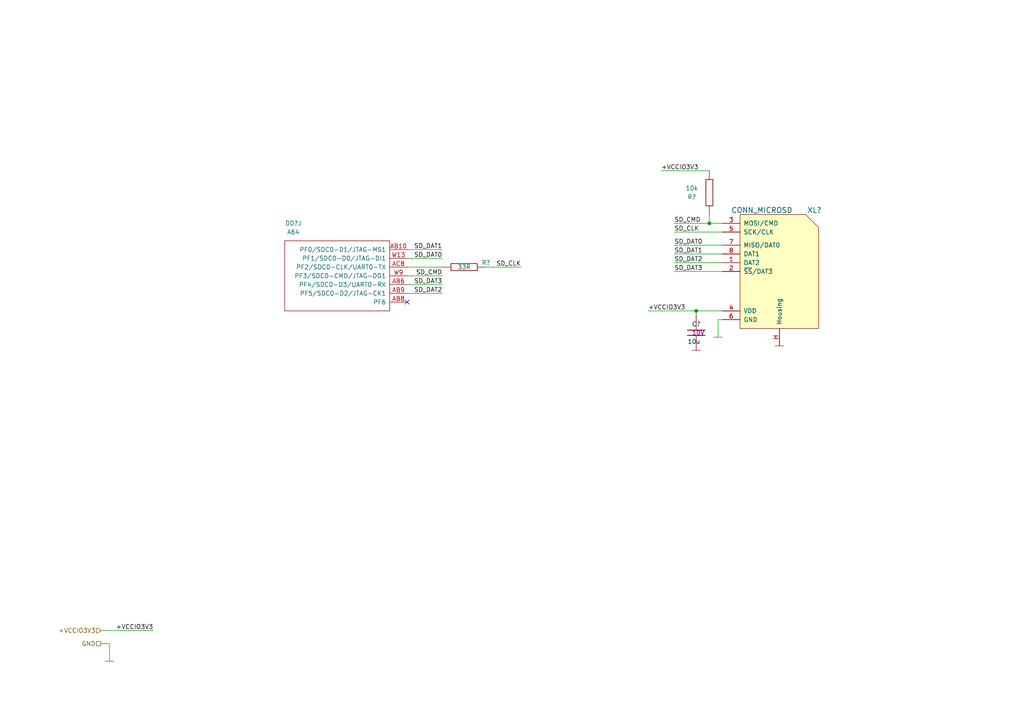
<source format=kicad_sch>
(kicad_sch (version 20211123) (generator eeschema)

  (uuid 966808ad-2742-452c-bd78-93b2bffcf558)

  (paper "A4")

  (lib_symbols
    (symbol "Allwinner:A64" (pin_names (offset 1.016)) (in_bom yes) (on_board yes)
      (property "Reference" "DD" (id 0) (at -1.27 1.27 0)
        (effects (font (size 1.27 1.27)))
      )
      (property "Value" "A64" (id 1) (at -27.94 1.27 0)
        (effects (font (size 1.27 1.27)))
      )
      (property "Footprint" "BGA:BGA-529_23x23_15.0x15.0mm" (id 2) (at 0 7.62 0)
        (effects (font (size 1.27 1.27)) hide)
      )
      (property "Datasheet" "" (id 3) (at -22.86 0 0)
        (effects (font (size 1.27 1.27)) hide)
      )
      (property "ki_locked" "" (id 4) (at 0 0 0)
        (effects (font (size 1.27 1.27)))
      )
      (symbol "A64_1_0"
        (pin passive line (at -35.56 -58.42 0) (length 5.08)
          (name "SDQ22" (effects (font (size 1.27 1.27))))
          (number "A2" (effects (font (size 1.27 1.27))))
        )
        (pin passive line (at -35.56 -68.58 0) (length 5.08)
          (name "SDQ26" (effects (font (size 1.27 1.27))))
          (number "A4" (effects (font (size 1.27 1.27))))
        )
        (pin passive line (at -35.56 -71.12 0) (length 5.08)
          (name "SDQ27" (effects (font (size 1.27 1.27))))
          (number "A5" (effects (font (size 1.27 1.27))))
        )
        (pin passive line (at -35.56 -73.66 0) (length 5.08)
          (name "SDQ28" (effects (font (size 1.27 1.27))))
          (number "A7" (effects (font (size 1.27 1.27))))
        )
        (pin passive line (at -35.56 -76.2 0) (length 5.08)
          (name "SDQ29" (effects (font (size 1.27 1.27))))
          (number "A8" (effects (font (size 1.27 1.27))))
        )
        (pin passive line (at -35.56 -53.34 0) (length 5.08)
          (name "SDQ20" (effects (font (size 1.27 1.27))))
          (number "B1" (effects (font (size 1.27 1.27))))
        )
        (pin passive line (at -35.56 -55.88 0) (length 5.08)
          (name "SDQ21" (effects (font (size 1.27 1.27))))
          (number "B2" (effects (font (size 1.27 1.27))))
        )
        (pin passive line (at -35.56 -60.96 0) (length 5.08)
          (name "SDQ23" (effects (font (size 1.27 1.27))))
          (number "B3" (effects (font (size 1.27 1.27))))
        )
        (pin passive line (at -35.56 -66.04 0) (length 5.08)
          (name "SDQ25" (effects (font (size 1.27 1.27))))
          (number "B4" (effects (font (size 1.27 1.27))))
        )
        (pin passive line (at 5.08 -120.65 180) (length 5.08)
          (name "SDQS3N" (effects (font (size 1.27 1.27))))
          (number "B5" (effects (font (size 1.27 1.27))))
        )
        (pin passive line (at 5.08 -123.19 180) (length 5.08)
          (name "SDQS3P" (effects (font (size 1.27 1.27))))
          (number "B6" (effects (font (size 1.27 1.27))))
        )
        (pin passive line (at 5.08 -90.17 180) (length 5.08)
          (name "SDQM3" (effects (font (size 1.27 1.27))))
          (number "B7" (effects (font (size 1.27 1.27))))
        )
        (pin passive line (at -35.56 -78.74 0) (length 5.08)
          (name "SDQ30" (effects (font (size 1.27 1.27))))
          (number "B8" (effects (font (size 1.27 1.27))))
        )
        (pin passive line (at -35.56 -81.28 0) (length 5.08)
          (name "SDQ31" (effects (font (size 1.27 1.27))))
          (number "B9" (effects (font (size 1.27 1.27))))
        )
        (pin passive line (at 5.08 -87.63 180) (length 5.08)
          (name "SDQM2" (effects (font (size 1.27 1.27))))
          (number "C2" (effects (font (size 1.27 1.27))))
        )
        (pin passive line (at 5.08 -25.4 180) (length 5.08)
          (name "SA9" (effects (font (size 1.27 1.27))))
          (number "C4" (effects (font (size 1.27 1.27))))
        )
        (pin passive line (at -35.56 -63.5 0) (length 5.08)
          (name "SDQ24" (effects (font (size 1.27 1.27))))
          (number "C5" (effects (font (size 1.27 1.27))))
        )
        (pin passive line (at 5.08 -50.8 180) (length 5.08)
          (name "SBA2" (effects (font (size 1.27 1.27))))
          (number "C6" (effects (font (size 1.27 1.27))))
        )
        (pin passive line (at -35.56 -93.98 0) (length 5.08)
          (name "SWE" (effects (font (size 1.27 1.27))))
          (number "C8" (effects (font (size 1.27 1.27))))
        )
        (pin passive line (at 5.08 -55.88 180) (length 5.08)
          (name "SCAS" (effects (font (size 1.27 1.27))))
          (number "C9" (effects (font (size 1.27 1.27))))
        )
        (pin passive line (at 5.08 -114.3 180) (length 5.08)
          (name "SDQS2N" (effects (font (size 1.27 1.27))))
          (number "D1" (effects (font (size 1.27 1.27))))
        )
        (pin passive line (at -35.56 -88.9 0) (length 5.08)
          (name "SRST" (effects (font (size 1.27 1.27))))
          (number "D10" (effects (font (size 1.27 1.27))))
        )
        (pin passive line (at 5.08 -116.84 180) (length 5.08)
          (name "SDQS2P" (effects (font (size 1.27 1.27))))
          (number "D2" (effects (font (size 1.27 1.27))))
        )
        (pin passive line (at 5.08 -22.86 180) (length 5.08)
          (name "SA8" (effects (font (size 1.27 1.27))))
          (number "D3" (effects (font (size 1.27 1.27))))
        )
        (pin passive line (at 5.08 -76.2 180) (length 5.08)
          (name "SODT0" (effects (font (size 1.27 1.27))))
          (number "D5" (effects (font (size 1.27 1.27))))
        )
        (pin passive line (at 5.08 -45.72 180) (length 5.08)
          (name "SBA0" (effects (font (size 1.27 1.27))))
          (number "D8" (effects (font (size 1.27 1.27))))
        )
        (pin passive line (at -35.56 -50.8 0) (length 5.08)
          (name "SDQ19" (effects (font (size 1.27 1.27))))
          (number "E1" (effects (font (size 1.27 1.27))))
        )
        (pin passive line (at -35.56 -48.26 0) (length 5.08)
          (name "SDQ18" (effects (font (size 1.27 1.27))))
          (number "E2" (effects (font (size 1.27 1.27))))
        )
        (pin passive line (at -35.56 -43.18 0) (length 5.08)
          (name "SDQ16" (effects (font (size 1.27 1.27))))
          (number "E3" (effects (font (size 1.27 1.27))))
        )
        (pin passive line (at 5.08 -20.32 180) (length 5.08)
          (name "SA7" (effects (font (size 1.27 1.27))))
          (number "E4" (effects (font (size 1.27 1.27))))
        )
        (pin passive line (at 5.08 -71.12 180) (length 5.08)
          (name "SCS0" (effects (font (size 1.27 1.27))))
          (number "E5" (effects (font (size 1.27 1.27))))
        )
        (pin passive line (at 5.08 -78.74 180) (length 5.08)
          (name "SODT1" (effects (font (size 1.27 1.27))))
          (number "E7" (effects (font (size 1.27 1.27))))
        )
        (pin passive line (at 5.08 -35.56 180) (length 5.08)
          (name "SA13" (effects (font (size 1.27 1.27))))
          (number "E8" (effects (font (size 1.27 1.27))))
        )
        (pin passive line (at -35.56 -45.72 0) (length 5.08)
          (name "SDQ17" (effects (font (size 1.27 1.27))))
          (number "F2" (effects (font (size 1.27 1.27))))
        )
        (pin passive line (at 5.08 -17.78 180) (length 5.08)
          (name "SA6" (effects (font (size 1.27 1.27))))
          (number "F3" (effects (font (size 1.27 1.27))))
        )
        (pin passive line (at -35.56 -86.36 0) (length 5.08)
          (name "SRAS" (effects (font (size 1.27 1.27))))
          (number "F7" (effects (font (size 1.27 1.27))))
        )
        (pin passive line (at -35.56 -5.08 0) (length 5.08)
          (name "SDQ1" (effects (font (size 1.27 1.27))))
          (number "G1" (effects (font (size 1.27 1.27))))
        )
        (pin passive line (at 5.08 -62.23 180) (length 5.08)
          (name "SCKP" (effects (font (size 1.27 1.27))))
          (number "G2" (effects (font (size 1.27 1.27))))
        )
        (pin passive line (at 5.08 -59.69 180) (length 5.08)
          (name "SCKN" (effects (font (size 1.27 1.27))))
          (number "G3" (effects (font (size 1.27 1.27))))
        )
        (pin passive line (at 5.08 -15.24 180) (length 5.08)
          (name "SA5" (effects (font (size 1.27 1.27))))
          (number "G4" (effects (font (size 1.27 1.27))))
        )
        (pin passive line (at -35.56 -91.44 0) (length 5.08)
          (name "SVREF" (effects (font (size 1.27 1.27))))
          (number "G5" (effects (font (size 1.27 1.27))))
        )
        (pin passive line (at -35.56 -101.6 0) (length 5.08)
          (name "VCC-DRAM" (effects (font (size 1.27 1.27))))
          (number "G7" (effects (font (size 1.27 1.27))))
        )
        (pin passive line (at -35.56 -104.14 0) (length 5.08)
          (name "VCC-DRAM" (effects (font (size 1.27 1.27))))
          (number "G8" (effects (font (size 1.27 1.27))))
        )
        (pin passive line (at -35.56 -106.68 0) (length 5.08)
          (name "VCC-DRAM" (effects (font (size 1.27 1.27))))
          (number "G9" (effects (font (size 1.27 1.27))))
        )
        (pin passive line (at -35.56 -15.24 0) (length 5.08)
          (name "SDQ5" (effects (font (size 1.27 1.27))))
          (number "H1" (effects (font (size 1.27 1.27))))
        )
        (pin passive line (at -35.56 -12.7 0) (length 5.08)
          (name "SDQ4" (effects (font (size 1.27 1.27))))
          (number "H2" (effects (font (size 1.27 1.27))))
        )
        (pin passive line (at -35.56 -7.62 0) (length 5.08)
          (name "SDQ2" (effects (font (size 1.27 1.27))))
          (number "H3" (effects (font (size 1.27 1.27))))
        )
        (pin passive line (at 5.08 -73.66 180) (length 5.08)
          (name "SCS1" (effects (font (size 1.27 1.27))))
          (number "H5" (effects (font (size 1.27 1.27))))
        )
        (pin passive line (at 5.08 -68.58 180) (length 5.08)
          (name "SCKE1" (effects (font (size 1.27 1.27))))
          (number "H6" (effects (font (size 1.27 1.27))))
        )
        (pin passive line (at 5.08 -82.55 180) (length 5.08)
          (name "SDQM0" (effects (font (size 1.27 1.27))))
          (number "J2" (effects (font (size 1.27 1.27))))
        )
        (pin passive line (at 5.08 -66.04 180) (length 5.08)
          (name "SCKE0" (effects (font (size 1.27 1.27))))
          (number "J3" (effects (font (size 1.27 1.27))))
        )
        (pin passive line (at -35.56 -109.22 0) (length 5.08)
          (name "VCC-DRAM" (effects (font (size 1.27 1.27))))
          (number "J8" (effects (font (size 1.27 1.27))))
        )
        (pin passive line (at -35.56 -10.16 0) (length 5.08)
          (name "SDQ3" (effects (font (size 1.27 1.27))))
          (number "K1" (effects (font (size 1.27 1.27))))
        )
        (pin passive line (at 5.08 -101.6 180) (length 5.08)
          (name "SDQS0N" (effects (font (size 1.27 1.27))))
          (number "K2" (effects (font (size 1.27 1.27))))
        )
        (pin passive line (at 5.08 -104.14 180) (length 5.08)
          (name "SDQS0P" (effects (font (size 1.27 1.27))))
          (number "K3" (effects (font (size 1.27 1.27))))
        )
        (pin passive line (at 5.08 -38.1 180) (length 5.08)
          (name "SA14" (effects (font (size 1.27 1.27))))
          (number "K4" (effects (font (size 1.27 1.27))))
        )
        (pin passive line (at 5.08 -33.02 180) (length 5.08)
          (name "SA12" (effects (font (size 1.27 1.27))))
          (number "K5" (effects (font (size 1.27 1.27))))
        )
        (pin passive line (at -35.56 -111.76 0) (length 5.08)
          (name "VCC-DRAM" (effects (font (size 1.27 1.27))))
          (number "K6" (effects (font (size 1.27 1.27))))
        )
        (pin passive line (at -35.56 -114.3 0) (length 5.08)
          (name "VCC-DRAM" (effects (font (size 1.27 1.27))))
          (number "K7" (effects (font (size 1.27 1.27))))
        )
        (pin passive line (at -35.56 -17.78 0) (length 5.08)
          (name "SDQ6" (effects (font (size 1.27 1.27))))
          (number "L1" (effects (font (size 1.27 1.27))))
        )
        (pin passive line (at -35.56 -20.32 0) (length 5.08)
          (name "SDQ7" (effects (font (size 1.27 1.27))))
          (number "L2" (effects (font (size 1.27 1.27))))
        )
        (pin passive line (at -35.56 -2.54 0) (length 5.08)
          (name "SDQ0" (effects (font (size 1.27 1.27))))
          (number "L3" (effects (font (size 1.27 1.27))))
        )
        (pin passive line (at -35.56 -116.84 0) (length 5.08)
          (name "VCC-DRAM" (effects (font (size 1.27 1.27))))
          (number "L6" (effects (font (size 1.27 1.27))))
        )
        (pin passive line (at -35.56 -119.38 0) (length 5.08)
          (name "VCC-DRAM" (effects (font (size 1.27 1.27))))
          (number "L7" (effects (font (size 1.27 1.27))))
        )
        (pin passive line (at -35.56 -121.92 0) (length 5.08)
          (name "VCC-DRAM" (effects (font (size 1.27 1.27))))
          (number "L8" (effects (font (size 1.27 1.27))))
        )
        (pin passive line (at -35.56 -40.64 0) (length 5.08)
          (name "SDQ15" (effects (font (size 1.27 1.27))))
          (number "M2" (effects (font (size 1.27 1.27))))
        )
        (pin passive line (at 5.08 -27.94 180) (length 5.08)
          (name "SA10" (effects (font (size 1.27 1.27))))
          (number "M4" (effects (font (size 1.27 1.27))))
        )
        (pin passive line (at -35.56 -38.1 0) (length 5.08)
          (name "SDQ14" (effects (font (size 1.27 1.27))))
          (number "N1" (effects (font (size 1.27 1.27))))
        )
        (pin passive line (at -35.56 -35.56 0) (length 5.08)
          (name "SDQ13" (effects (font (size 1.27 1.27))))
          (number "N2" (effects (font (size 1.27 1.27))))
        )
        (pin passive line (at -35.56 -33.02 0) (length 5.08)
          (name "SDQ12" (effects (font (size 1.27 1.27))))
          (number "N3" (effects (font (size 1.27 1.27))))
        )
        (pin passive line (at 5.08 -7.62 180) (length 5.08)
          (name "SA2" (effects (font (size 1.27 1.27))))
          (number "N5" (effects (font (size 1.27 1.27))))
        )
        (pin passive line (at 5.08 -10.16 180) (length 5.08)
          (name "SA3" (effects (font (size 1.27 1.27))))
          (number "N6" (effects (font (size 1.27 1.27))))
        )
        (pin passive line (at -35.56 -124.46 0) (length 5.08)
          (name "VCC-DRAM" (effects (font (size 1.27 1.27))))
          (number "N7" (effects (font (size 1.27 1.27))))
        )
        (pin passive line (at -35.56 -127 0) (length 5.08)
          (name "VCC-DRAM" (effects (font (size 1.27 1.27))))
          (number "N8" (effects (font (size 1.27 1.27))))
        )
        (pin passive line (at 5.08 -110.49 180) (length 5.08)
          (name "SDQS1P" (effects (font (size 1.27 1.27))))
          (number "P1" (effects (font (size 1.27 1.27))))
        )
        (pin passive line (at 5.08 -107.95 180) (length 5.08)
          (name "SDQS1N" (effects (font (size 1.27 1.27))))
          (number "P2" (effects (font (size 1.27 1.27))))
        )
        (pin passive line (at 5.08 -85.09 180) (length 5.08)
          (name "SDQM1" (effects (font (size 1.27 1.27))))
          (number "P3" (effects (font (size 1.27 1.27))))
        )
        (pin passive line (at 5.08 -2.54 180) (length 5.08)
          (name "SA0" (effects (font (size 1.27 1.27))))
          (number "P5" (effects (font (size 1.27 1.27))))
        )
        (pin passive line (at 5.08 -12.7 180) (length 5.08)
          (name "SA4" (effects (font (size 1.27 1.27))))
          (number "P6" (effects (font (size 1.27 1.27))))
        )
        (pin passive line (at -35.56 -30.48 0) (length 5.08)
          (name "SDQ11" (effects (font (size 1.27 1.27))))
          (number "R2" (effects (font (size 1.27 1.27))))
        )
        (pin passive line (at 5.08 -48.26 180) (length 5.08)
          (name "SBA1" (effects (font (size 1.27 1.27))))
          (number "R3" (effects (font (size 1.27 1.27))))
        )
        (pin passive line (at 5.08 -5.08 180) (length 5.08)
          (name "SA1" (effects (font (size 1.27 1.27))))
          (number "R4" (effects (font (size 1.27 1.27))))
        )
        (pin passive line (at -35.56 -27.94 0) (length 5.08)
          (name "SDQ10" (effects (font (size 1.27 1.27))))
          (number "T1" (effects (font (size 1.27 1.27))))
        )
        (pin passive line (at -35.56 -25.4 0) (length 5.08)
          (name "SDQ9" (effects (font (size 1.27 1.27))))
          (number "T2" (effects (font (size 1.27 1.27))))
        )
        (pin passive line (at -35.56 -22.86 0) (length 5.08)
          (name "SDQ8" (effects (font (size 1.27 1.27))))
          (number "T3" (effects (font (size 1.27 1.27))))
        )
        (pin passive line (at 5.08 -40.64 180) (length 5.08)
          (name "SA15" (effects (font (size 1.27 1.27))))
          (number "T4" (effects (font (size 1.27 1.27))))
        )
        (pin passive line (at -35.56 -96.52 0) (length 5.08)
          (name "SZQ" (effects (font (size 1.27 1.27))))
          (number "U1" (effects (font (size 1.27 1.27))))
        )
        (pin passive line (at 5.08 -30.48 180) (length 5.08)
          (name "SA11" (effects (font (size 1.27 1.27))))
          (number "U4" (effects (font (size 1.27 1.27))))
        )
      )
      (symbol "A64_1_1"
        (rectangle (start -30.48 0) (end 0 -129.54)
          (stroke (width 0.2) (type default) (color 0 0 0 0))
          (fill (type none))
        )
        (polyline
          (pts
            (xy -30.48 -99.06)
            (xy -17.78 -99.06)
          )
          (stroke (width 0.2) (type default) (color 0 0 0 0))
          (fill (type none))
        )
        (polyline
          (pts
            (xy -30.48 -83.82)
            (xy -17.78 -83.82)
          )
          (stroke (width 0.2) (type default) (color 0 0 0 0))
          (fill (type none))
        )
        (polyline
          (pts
            (xy -17.78 -129.54)
            (xy -17.78 0)
          )
          (stroke (width 0.2) (type default) (color 0 0 0 0))
          (fill (type none))
        )
        (polyline
          (pts
            (xy -8.89 -129.54)
            (xy -8.89 0)
          )
          (stroke (width 0.2) (type default) (color 0 0 0 0))
          (fill (type none))
        )
        (polyline
          (pts
            (xy 0 -92.71)
            (xy -8.89 -92.71)
          )
          (stroke (width 0.2) (type default) (color 0 0 0 0))
          (fill (type none))
        )
        (polyline
          (pts
            (xy 0 -53.34)
            (xy -8.89 -53.34)
          )
          (stroke (width 0.0006) (type default) (color 0 0 0 0))
          (fill (type none))
        )
        (polyline
          (pts
            (xy 0 -43.18)
            (xy -8.89 -43.18)
          )
          (stroke (width 0.2) (type default) (color 0 0 0 0))
          (fill (type none))
        )
        (text "DRAM" (at -12.7 -2.54 0)
          (effects (font (size 1.27 1.27) italic))
        )
      )
      (symbol "A64_2_0"
        (pin passive line (at 5.08 -55.88 180) (length 5.08)
          (name "KEYADC" (effects (font (size 1.27 1.27))))
          (number "A16" (effects (font (size 1.27 1.27))))
        )
        (pin passive line (at 5.08 -50.8 180) (length 5.08)
          (name "JTAGSEL0" (effects (font (size 1.27 1.27))))
          (number "AA11" (effects (font (size 1.27 1.27))))
        )
        (pin passive line (at 5.08 -53.34 180) (length 5.08)
          (name "JTAGSEL1" (effects (font (size 1.27 1.27))))
          (number "AA12" (effects (font (size 1.27 1.27))))
        )
        (pin passive line (at 5.08 -7.62 180) (length 5.08)
          (name "X32KFOUT" (effects (font (size 1.27 1.27))))
          (number "B18" (effects (font (size 1.27 1.27))))
        )
        (pin passive line (at 5.08 -2.54 180) (length 5.08)
          (name "X32KOUT" (effects (font (size 1.27 1.27))))
          (number "B19" (effects (font (size 1.27 1.27))))
        )
        (pin passive line (at 5.08 -5.08 180) (length 5.08)
          (name "X32KIN" (effects (font (size 1.27 1.27))))
          (number "C18" (effects (font (size 1.27 1.27))))
        )
        (pin passive line (at 5.08 -45.72 180) (length 5.08)
          (name "RESET" (effects (font (size 1.27 1.27))))
          (number "E17" (effects (font (size 1.27 1.27))))
        )
        (pin passive line (at 5.08 -58.42 180) (length 5.08)
          (name "FEL" (effects (font (size 1.27 1.27))))
          (number "F17" (effects (font (size 1.27 1.27))))
        )
        (pin passive line (at 5.08 -38.1 180) (length 5.08)
          (name "RTC-VIO" (effects (font (size 1.27 1.27))))
          (number "G16" (effects (font (size 1.27 1.27))))
        )
        (pin passive line (at 5.08 -48.26 180) (length 5.08)
          (name "NMI" (effects (font (size 1.27 1.27))))
          (number "G18" (effects (font (size 1.27 1.27))))
        )
        (pin passive line (at 5.08 -43.18 180) (length 5.08)
          (name "TEST" (effects (font (size 1.27 1.27))))
          (number "H14" (effects (font (size 1.27 1.27))))
        )
        (pin passive line (at 5.08 -27.94 180) (length 5.08)
          (name "VCC-RTC" (effects (font (size 1.27 1.27))))
          (number "H16" (effects (font (size 1.27 1.27))))
        )
        (pin passive line (at 5.08 -15.24 180) (length 5.08)
          (name "X24MI" (effects (font (size 1.27 1.27))))
          (number "K22" (effects (font (size 1.27 1.27))))
        )
        (pin passive line (at 5.08 -12.7 180) (length 5.08)
          (name "X24MO" (effects (font (size 1.27 1.27))))
          (number "K23" (effects (font (size 1.27 1.27))))
        )
        (pin passive line (at 5.08 -33.02 180) (length 5.08)
          (name "VCC-PLL" (effects (font (size 1.27 1.27))))
          (number "N16" (effects (font (size 1.27 1.27))))
        )
        (pin passive line (at 5.08 -20.32 180) (length 5.08)
          (name "VCC-EFUSE" (effects (font (size 1.27 1.27))))
          (number "N18" (effects (font (size 1.27 1.27))))
        )
        (pin passive line (at 5.08 -22.86 180) (length 5.08)
          (name "VDDBP-EFUSE" (effects (font (size 1.27 1.27))))
          (number "P16" (effects (font (size 1.27 1.27))))
        )
      )
      (symbol "A64_2_1"
        (rectangle (start -30.48 0) (end 0 -60.96)
          (stroke (width 0.2) (type default) (color 0 0 0 0))
          (fill (type none))
        )
      )
      (symbol "A64_3_0"
        (pin passive non_logic (at -35.56 -5.08 0) (length 5.08)
          (name "AGND" (effects (font (size 1.27 1.27))))
          (number "A11" (effects (font (size 1.27 1.27))))
        )
        (pin passive line (at 5.08 -5.08 180) (length 5.08)
          (name "EAROUTN" (effects (font (size 1.27 1.27))))
          (number "A13" (effects (font (size 1.27 1.27))))
        )
        (pin passive line (at 5.08 -17.78 180) (length 5.08)
          (name "LINEINP" (effects (font (size 1.27 1.27))))
          (number "A14" (effects (font (size 1.27 1.27))))
        )
        (pin passive line (at 5.08 -48.26 180) (length 5.08)
          (name "MICIN2N" (effects (font (size 1.27 1.27))))
          (number "A17" (effects (font (size 1.27 1.27))))
        )
        (pin passive line (at 5.08 -38.1 180) (length 5.08)
          (name "MIC-DET" (effects (font (size 1.27 1.27))))
          (number "B10" (effects (font (size 1.27 1.27))))
        )
        (pin passive line (at -35.56 -31.75 0) (length 5.08)
          (name "VRA2" (effects (font (size 1.27 1.27))))
          (number "B11" (effects (font (size 1.27 1.27))))
        )
        (pin passive line (at -35.56 -29.21 0) (length 5.08)
          (name "VRA1" (effects (font (size 1.27 1.27))))
          (number "B12" (effects (font (size 1.27 1.27))))
        )
        (pin passive line (at 5.08 -2.54 180) (length 5.08)
          (name "EAROUTP" (effects (font (size 1.27 1.27))))
          (number "B13" (effects (font (size 1.27 1.27))))
        )
        (pin passive line (at 5.08 -20.32 180) (length 5.08)
          (name "LINEINN" (effects (font (size 1.27 1.27))))
          (number "B14" (effects (font (size 1.27 1.27))))
        )
        (pin passive line (at 5.08 -40.64 180) (length 5.08)
          (name "MICIN1P" (effects (font (size 1.27 1.27))))
          (number "B15" (effects (font (size 1.27 1.27))))
        )
        (pin passive line (at 5.08 -43.18 180) (length 5.08)
          (name "MICIN1N" (effects (font (size 1.27 1.27))))
          (number "B16" (effects (font (size 1.27 1.27))))
        )
        (pin passive line (at 5.08 -45.72 180) (length 5.08)
          (name "MICIN2P" (effects (font (size 1.27 1.27))))
          (number "B17" (effects (font (size 1.27 1.27))))
        )
        (pin passive line (at -35.56 -35.56 0) (length 5.08)
          (name "HP-FB" (effects (font (size 1.27 1.27))))
          (number "C10" (effects (font (size 1.27 1.27))))
        )
        (pin passive line (at -35.56 -17.78 0) (length 5.08)
          (name "VRP" (effects (font (size 1.27 1.27))))
          (number "C11" (effects (font (size 1.27 1.27))))
        )
        (pin passive line (at -35.56 -40.64 0) (length 5.08)
          (name "HPOUTR" (effects (font (size 1.27 1.27))))
          (number "C12" (effects (font (size 1.27 1.27))))
        )
        (pin passive line (at -35.56 -38.1 0) (length 5.08)
          (name "HPOUTL" (effects (font (size 1.27 1.27))))
          (number "C13" (effects (font (size 1.27 1.27))))
        )
        (pin passive line (at 5.08 -27.94 180) (length 5.08)
          (name "PHONEINN" (effects (font (size 1.27 1.27))))
          (number "C14" (effects (font (size 1.27 1.27))))
        )
        (pin passive line (at 5.08 -12.7 180) (length 5.08)
          (name "LINEOUTN" (effects (font (size 1.27 1.27))))
          (number "C16" (effects (font (size 1.27 1.27))))
        )
        (pin passive line (at -35.56 -43.18 0) (length 5.08)
          (name "HP-DET" (effects (font (size 1.27 1.27))))
          (number "D11" (effects (font (size 1.27 1.27))))
        )
        (pin passive line (at -35.56 -46.99 0) (length 5.08)
          (name "HBIAS" (effects (font (size 1.27 1.27))))
          (number "D13" (effects (font (size 1.27 1.27))))
        )
        (pin passive line (at 5.08 -25.4 180) (length 5.08)
          (name "PHONEINP" (effects (font (size 1.27 1.27))))
          (number "D14" (effects (font (size 1.27 1.27))))
        )
        (pin passive line (at 5.08 -10.16 180) (length 5.08)
          (name "LINEOUTP" (effects (font (size 1.27 1.27))))
          (number "D16" (effects (font (size 1.27 1.27))))
        )
        (pin passive line (at -35.56 -22.86 0) (length 5.08)
          (name "CPN" (effects (font (size 1.27 1.27))))
          (number "E10" (effects (font (size 1.27 1.27))))
        )
        (pin passive line (at -35.56 -20.32 0) (length 5.08)
          (name "CPP" (effects (font (size 1.27 1.27))))
          (number "E11" (effects (font (size 1.27 1.27))))
        )
        (pin passive non_logic (at -35.56 -10.16 0) (length 5.08)
          (name "CPVDD" (effects (font (size 1.27 1.27))))
          (number "E13" (effects (font (size 1.27 1.27))))
        )
        (pin passive line (at -35.56 -49.53 0) (length 5.08)
          (name "MBIAS" (effects (font (size 1.27 1.27))))
          (number "E14" (effects (font (size 1.27 1.27))))
        )
        (pin passive line (at 5.08 -30.48 180) (length 5.08)
          (name "PHONEOUTP" (effects (font (size 1.27 1.27))))
          (number "E16" (effects (font (size 1.27 1.27))))
        )
        (pin passive line (at -35.56 -12.7 0) (length 5.08)
          (name "CPVEE" (effects (font (size 1.27 1.27))))
          (number "F12" (effects (font (size 1.27 1.27))))
        )
        (pin passive line (at 5.08 -33.02 180) (length 5.08)
          (name "PHONEOUTN" (effects (font (size 1.27 1.27))))
          (number "F16" (effects (font (size 1.27 1.27))))
        )
        (pin passive line (at -35.56 -26.67 0) (length 5.08)
          (name "VEE" (effects (font (size 1.27 1.27))))
          (number "G13" (effects (font (size 1.27 1.27))))
        )
        (pin passive non_logic (at -35.56 -2.54 0) (length 5.08)
          (name "AVCC" (effects (font (size 1.27 1.27))))
          (number "G14" (effects (font (size 1.27 1.27))))
        )
      )
      (symbol "A64_3_1"
        (rectangle (start -30.48 0) (end 0 -52.07)
          (stroke (width 0.2) (type default) (color 0 0 0 0))
          (fill (type none))
        )
        (polyline
          (pts
            (xy -20.32 -52.07)
            (xy -20.32 0)
          )
          (stroke (width 0.2) (type default) (color 0 0 0 0))
          (fill (type none))
        )
        (polyline
          (pts
            (xy -12.7 -52.07)
            (xy -12.7 0)
          )
          (stroke (width 0.2) (type default) (color 0 0 0 0))
          (fill (type none))
        )
        (text "AUDIO" (at -16.51 -2.54 0)
          (effects (font (size 1.27 1.27) italic))
        )
      )
      (symbol "A64_4_0"
        (pin passive line (at 5.08 -2.54 180) (length 5.08)
          (name "USB0-DP" (effects (font (size 1.27 1.27))))
          (number "A22" (effects (font (size 1.27 1.27))))
        )
        (pin passive line (at 5.08 -5.08 180) (length 5.08)
          (name "USB0-DM" (effects (font (size 1.27 1.27))))
          (number "B22" (effects (font (size 1.27 1.27))))
        )
        (pin passive line (at 5.08 -10.16 180) (length 5.08)
          (name "USB1-DP" (effects (font (size 1.27 1.27))))
          (number "B23" (effects (font (size 1.27 1.27))))
        )
        (pin passive line (at 5.08 -12.7 180) (length 5.08)
          (name "USB1-DM" (effects (font (size 1.27 1.27))))
          (number "C22" (effects (font (size 1.27 1.27))))
        )
        (pin passive line (at -33.02 -2.54 0) (length 5.08)
          (name "HSIC-DAT" (effects (font (size 1.27 1.27))))
          (number "G19" (effects (font (size 1.27 1.27))))
        )
        (pin passive line (at -33.02 -6.35 0) (length 5.08)
          (name "HSIC-STR" (effects (font (size 1.27 1.27))))
          (number "H19" (effects (font (size 1.27 1.27))))
        )
        (pin passive non_logic (at -33.02 -17.78 0) (length 5.08)
          (name "HSIC-VCC" (effects (font (size 1.27 1.27))))
          (number "K16" (effects (font (size 1.27 1.27))))
        )
        (pin passive non_logic (at 5.08 -17.78 180) (length 5.08)
          (name "VCC-USB" (effects (font (size 1.27 1.27))))
          (number "L16" (effects (font (size 1.27 1.27))))
        )
      )
      (symbol "A64_4_1"
        (rectangle (start -27.94 0) (end 0 -20.32)
          (stroke (width 0.2) (type default) (color 0 0 0 0))
          (fill (type none))
        )
        (polyline
          (pts
            (xy -16.51 0)
            (xy -16.51 -20.32)
          )
          (stroke (width 0.2) (type default) (color 0 0 0 0))
          (fill (type none))
        )
        (polyline
          (pts
            (xy -11.43 0)
            (xy -11.43 -20.32)
          )
          (stroke (width 0.2) (type default) (color 0 0 0 0))
          (fill (type none))
        )
        (text "USB" (at -13.97 -2.54 0)
          (effects (font (size 1.27 1.27) italic))
        )
      )
      (symbol "A64_5_0"
        (pin passive line (at -35.56 -29.21 0) (length 5.08)
          (name "HTX2P" (effects (font (size 1.27 1.27))))
          (number "D23" (effects (font (size 1.27 1.27))))
        )
        (pin passive line (at -35.56 -7.62 0) (length 5.08)
          (name "HSDA" (effects (font (size 1.27 1.27))))
          (number "E20" (effects (font (size 1.27 1.27))))
        )
        (pin passive line (at -35.56 -2.54 0) (length 5.08)
          (name "HHPD" (effects (font (size 1.27 1.27))))
          (number "E21" (effects (font (size 1.27 1.27))))
        )
        (pin passive line (at -35.56 -31.75 0) (length 5.08)
          (name "HTX2N" (effects (font (size 1.27 1.27))))
          (number "E22" (effects (font (size 1.27 1.27))))
        )
        (pin passive line (at -35.56 -24.13 0) (length 5.08)
          (name "HTX1P" (effects (font (size 1.27 1.27))))
          (number "E23" (effects (font (size 1.27 1.27))))
        )
        (pin passive line (at -35.56 -10.16 0) (length 5.08)
          (name "HCEC" (effects (font (size 1.27 1.27))))
          (number "F21" (effects (font (size 1.27 1.27))))
        )
        (pin passive line (at -35.56 -26.67 0) (length 5.08)
          (name "HTX1N" (effects (font (size 1.27 1.27))))
          (number "F22" (effects (font (size 1.27 1.27))))
        )
        (pin passive line (at -35.56 -5.08 0) (length 5.08)
          (name "HSCL" (effects (font (size 1.27 1.27))))
          (number "G21" (effects (font (size 1.27 1.27))))
        )
        (pin passive line (at -35.56 -19.05 0) (length 5.08)
          (name "HTX0P" (effects (font (size 1.27 1.27))))
          (number "G22" (effects (font (size 1.27 1.27))))
        )
        (pin passive line (at -35.56 -21.59 0) (length 5.08)
          (name "HTX0N" (effects (font (size 1.27 1.27))))
          (number "G23" (effects (font (size 1.27 1.27))))
        )
        (pin passive line (at -35.56 -13.97 0) (length 5.08)
          (name "HTXCP" (effects (font (size 1.27 1.27))))
          (number "H22" (effects (font (size 1.27 1.27))))
        )
        (pin passive line (at -35.56 -16.51 0) (length 5.08)
          (name "HTXCN" (effects (font (size 1.27 1.27))))
          (number "H23" (effects (font (size 1.27 1.27))))
        )
        (pin passive line (at 5.08 -30.48 180) (length 5.08)
          (name "DSI-D3N" (effects (font (size 1.27 1.27))))
          (number "L22" (effects (font (size 1.27 1.27))))
        )
        (pin passive line (at 5.08 -27.94 180) (length 5.08)
          (name "DSI-D3P" (effects (font (size 1.27 1.27))))
          (number "L23" (effects (font (size 1.27 1.27))))
        )
        (pin passive non_logic (at -35.56 -36.83 0) (length 5.08)
          (name "HVCC" (effects (font (size 1.27 1.27))))
          (number "M16" (effects (font (size 1.27 1.27))))
        )
        (pin passive line (at 5.08 -21.59 180) (length 5.08)
          (name "DSI-D2P" (effects (font (size 1.27 1.27))))
          (number "M22" (effects (font (size 1.27 1.27))))
        )
        (pin passive non_logic (at 5.08 -36.83 180) (length 5.08)
          (name "VCC-DSI" (effects (font (size 1.27 1.27))))
          (number "N19" (effects (font (size 1.27 1.27))))
        )
        (pin passive line (at 5.08 -24.13 180) (length 5.08)
          (name "DSI-D2N" (effects (font (size 1.27 1.27))))
          (number "N22" (effects (font (size 1.27 1.27))))
        )
        (pin passive line (at 5.08 -2.54 180) (length 5.08)
          (name "DSI-CKP" (effects (font (size 1.27 1.27))))
          (number "N23" (effects (font (size 1.27 1.27))))
        )
        (pin passive line (at 5.08 -15.24 180) (length 5.08)
          (name "DSI-D1P" (effects (font (size 1.27 1.27))))
          (number "P22" (effects (font (size 1.27 1.27))))
        )
        (pin passive line (at 5.08 -5.08 180) (length 5.08)
          (name "DSI-CKN" (effects (font (size 1.27 1.27))))
          (number "P23" (effects (font (size 1.27 1.27))))
        )
        (pin passive line (at 5.08 -17.78 180) (length 5.08)
          (name "DSI-D1N" (effects (font (size 1.27 1.27))))
          (number "R22" (effects (font (size 1.27 1.27))))
        )
        (pin passive line (at 5.08 -8.89 180) (length 5.08)
          (name "DSI-D0P" (effects (font (size 1.27 1.27))))
          (number "T22" (effects (font (size 1.27 1.27))))
        )
        (pin passive line (at 5.08 -11.43 180) (length 5.08)
          (name "DSI-D0N" (effects (font (size 1.27 1.27))))
          (number "T23" (effects (font (size 1.27 1.27))))
        )
      )
      (symbol "A64_5_1"
        (rectangle (start -30.48 0) (end 0 -39.37)
          (stroke (width 0.2) (type default) (color 0 0 0 0))
          (fill (type none))
        )
        (polyline
          (pts
            (xy -21.59 -39.37)
            (xy -21.59 0)
          )
          (stroke (width 0.2) (type default) (color 0 0 0 0))
          (fill (type none))
        )
        (polyline
          (pts
            (xy -11.43 0)
            (xy -11.43 -39.37)
          )
          (stroke (width 0.2) (type default) (color 0 0 0 0))
          (fill (type none))
        )
        (text "HDMI/DSI" (at -16.51 -2.54 0)
          (effects (font (size 1.27 1.27) italic))
        )
      )
      (symbol "A64_6_0"
        (pin passive line (at 5.08 -15.24 180) (length 5.08)
          (name "PB5/AIF2-BCLK/PCM0-BCLK" (effects (font (size 1.27 1.27))))
          (number "AA6" (effects (font (size 1.27 1.27))))
        )
        (pin passive line (at 5.08 -10.16 180) (length 5.08)
          (name "PB3/UART2-CTS/I2S0-MCLK/JTAG-DI0" (effects (font (size 1.27 1.27))))
          (number "AA7" (effects (font (size 1.27 1.27))))
        )
        (pin passive line (at 5.08 -5.08 180) (length 5.08)
          (name "PB1/UART2-RX/JTAG-CK0" (effects (font (size 1.27 1.27))))
          (number "AB7" (effects (font (size 1.27 1.27))))
        )
        (pin passive line (at 5.08 -22.86 180) (length 5.08)
          (name "PB8/UART0-TX" (effects (font (size 1.27 1.27))))
          (number "V10" (effects (font (size 1.27 1.27))))
        )
        (pin passive line (at 5.08 -2.54 180) (length 5.08)
          (name "PB0/UART2-TX/JTAG-MS0" (effects (font (size 1.27 1.27))))
          (number "V9" (effects (font (size 1.27 1.27))))
        )
        (pin passive line (at 5.08 -7.62 180) (length 5.08)
          (name "PB2/UART2-RTS/JTAG-DO0" (effects (font (size 1.27 1.27))))
          (number "W10" (effects (font (size 1.27 1.27))))
        )
        (pin passive line (at 5.08 -12.7 180) (length 5.08)
          (name "PB4/AIF2-SYNC/PCM0-SYNC" (effects (font (size 1.27 1.27))))
          (number "W7" (effects (font (size 1.27 1.27))))
        )
        (pin passive line (at 5.08 -17.78 180) (length 5.08)
          (name "PB6/AIF2-DOUT/PCM0-DOUT" (effects (font (size 1.27 1.27))))
          (number "W8" (effects (font (size 1.27 1.27))))
        )
        (pin passive line (at 5.08 -20.32 180) (length 5.08)
          (name "PB7/AIF2-DINPCM0-DIN" (effects (font (size 1.27 1.27))))
          (number "Y6" (effects (font (size 1.27 1.27))))
        )
        (pin passive line (at 5.08 -25.4 180) (length 5.08)
          (name "PB9/UART0-RX" (effects (font (size 1.27 1.27))))
          (number "Y7" (effects (font (size 1.27 1.27))))
        )
      )
      (symbol "A64_6_1"
        (rectangle (start -41.91 0) (end 0 -27.94)
          (stroke (width 0) (type default) (color 0 0 0 0))
          (fill (type none))
        )
      )
      (symbol "A64_7_0"
        (pin passive line (at 5.08 -15.24 180) (length 5.08)
          (name "PC5/NAND-RE/SDC2-CLK" (effects (font (size 1.27 1.27))))
          (number "G20" (effects (font (size 1.27 1.27))))
        )
        (pin passive line (at 5.08 -30.48 180) (length 5.08)
          (name "PC11/NAND-DQ3/SDC2-D3" (effects (font (size 1.27 1.27))))
          (number "H20" (effects (font (size 1.27 1.27))))
        )
        (pin passive line (at 5.08 -38.1 180) (length 5.08)
          (name "PC14/NAND-DQ6/SDC2-D6" (effects (font (size 1.27 1.27))))
          (number "J21" (effects (font (size 1.27 1.27))))
        )
        (pin passive line (at 5.08 -5.08 180) (length 5.08)
          (name "PC1/NAND-ALE/SDC2-DS/SPI0-MISO" (effects (font (size 1.27 1.27))))
          (number "K18" (effects (font (size 1.27 1.27))))
        )
        (pin passive line (at 5.08 -17.78 180) (length 5.08)
          (name "PC6/NAND-RB0/SDC2-CMD" (effects (font (size 1.27 1.27))))
          (number "K19" (effects (font (size 1.27 1.27))))
        )
        (pin passive line (at 5.08 -27.94 180) (length 5.08)
          (name "PC10/NAND-DQ2/SDC2-D2" (effects (font (size 1.27 1.27))))
          (number "K20" (effects (font (size 1.27 1.27))))
        )
        (pin passive line (at 5.08 -25.4 180) (length 5.08)
          (name "PC9/NAND-DQ1/SDC2-D1" (effects (font (size 1.27 1.27))))
          (number "L19" (effects (font (size 1.27 1.27))))
        )
        (pin passive line (at 5.08 -35.56 180) (length 5.08)
          (name "PC13/NAND-DQ5/SDC2-D5" (effects (font (size 1.27 1.27))))
          (number "L20" (effects (font (size 1.27 1.27))))
        )
        (pin passive line (at 5.08 -22.86 180) (length 5.08)
          (name "PC8/NAND-DQ0/SDC2-D0" (effects (font (size 1.27 1.27))))
          (number "M21" (effects (font (size 1.27 1.27))))
        )
        (pin passive line (at 5.08 -43.18 180) (length 5.08)
          (name "PC16/NAND-DQS/SDC2-RST" (effects (font (size 1.27 1.27))))
          (number "N20" (effects (font (size 1.27 1.27))))
        )
        (pin passive line (at 5.08 -33.02 180) (length 5.08)
          (name "PC12/NAND-DQ4/SDC2-D4" (effects (font (size 1.27 1.27))))
          (number "P18" (effects (font (size 1.27 1.27))))
        )
        (pin passive line (at 5.08 -10.16 180) (length 5.08)
          (name "PC3/NAND-CE1/SPI0-CS" (effects (font (size 1.27 1.27))))
          (number "P19" (effects (font (size 1.27 1.27))))
        )
        (pin passive line (at 5.08 -7.62 180) (length 5.08)
          (name "PC2/NAND-CLE/SPI0-CLK" (effects (font (size 1.27 1.27))))
          (number "P20" (effects (font (size 1.27 1.27))))
        )
        (pin passive non_logic (at 5.08 -48.26 180) (length 5.08)
          (name "VCC-PC" (effects (font (size 1.27 1.27))))
          (number "R16" (effects (font (size 1.27 1.27))))
        )
        (pin passive line (at 5.08 -40.64 180) (length 5.08)
          (name "PC15/NAND-DQ7/SDC2-D7" (effects (font (size 1.27 1.27))))
          (number "R21" (effects (font (size 1.27 1.27))))
        )
        (pin passive line (at 5.08 -20.32 180) (length 5.08)
          (name "PC7/NAND-RB1" (effects (font (size 1.27 1.27))))
          (number "T19" (effects (font (size 1.27 1.27))))
        )
        (pin passive line (at 5.08 -12.7 180) (length 5.08)
          (name "PC4/NAND-CE0" (effects (font (size 1.27 1.27))))
          (number "T20" (effects (font (size 1.27 1.27))))
        )
        (pin passive line (at 5.08 -2.54 180) (length 5.08)
          (name "PC0/NAND-WE/SPI0-MOSI" (effects (font (size 1.27 1.27))))
          (number "T21" (effects (font (size 1.27 1.27))))
        )
      )
      (symbol "A64_7_1"
        (rectangle (start 0 0) (end -40.64 -50.8)
          (stroke (width 0) (type default) (color 0 0 0 0))
          (fill (type none))
        )
      )
      (symbol "A64_8_0"
        (pin passive line (at 5.08 -25.4 180) (length 5.08)
          (name "PD9/LCD-D13/RGMII-RXD2/RMII-NULL/CCIR-D5" (effects (font (size 1.27 1.27))))
          (number "AA13" (effects (font (size 1.27 1.27))))
        )
        (pin passive line (at 5.08 -10.16 180) (length 5.08)
          (name "PD3/LCD-D5/UART4-RX/SPI1-MISO/CCIR-VSYNC" (effects (font (size 1.27 1.27))))
          (number "AA14" (effects (font (size 1.27 1.27))))
        )
        (pin passive line (at 5.08 -15.24 180) (length 5.08)
          (name "PD5/LCD-D7/UART4-CTS/CCIR-D1" (effects (font (size 1.27 1.27))))
          (number "AA15" (effects (font (size 1.27 1.27))))
        )
        (pin passive line (at 5.08 -20.32 180) (length 5.08)
          (name "PD7/LCD-D11/CCIR-D3" (effects (font (size 1.27 1.27))))
          (number "AA16" (effects (font (size 1.27 1.27))))
        )
        (pin passive line (at 5.08 -5.08 180) (length 5.08)
          (name "PD1/LCD-D3/UART3-RX/SPI1-CLK/CCIR-DE" (effects (font (size 1.27 1.27))))
          (number "AA17" (effects (font (size 1.27 1.27))))
        )
        (pin passive line (at 5.08 -2.54 180) (length 5.08)
          (name "PD0/LCD-D2/UART3-TX/SPI1-CS/CCIR-CLK" (effects (font (size 1.27 1.27))))
          (number "AA20" (effects (font (size 1.27 1.27))))
        )
        (pin passive line (at 5.08 -53.34 180) (length 5.08)
          (name "PD20/LCD-HSYNC/LVDS-VP3/RGMII-TXCTL/RMII-TXEN" (effects (font (size 1.27 1.27))))
          (number "AB11" (effects (font (size 1.27 1.27))))
        )
        (pin passive line (at 5.08 -50.8 180) (length 5.08)
          (name "PD19/LCD-DE/LVDS-VNC/RGMII-TXCK/RMII-TXCK" (effects (font (size 1.27 1.27))))
          (number "AB12" (effects (font (size 1.27 1.27))))
        )
        (pin passive line (at 5.08 -48.26 180) (length 5.08)
          (name "PD18/LCD-CLK/LVDS-VPC/RGMII-TXD0/RMII-TXD0" (effects (font (size 1.27 1.27))))
          (number "AB13" (effects (font (size 1.27 1.27))))
        )
        (pin passive line (at 5.08 -40.64 180) (length 5.08)
          (name "PD15/LCD-D21/LVDS-VN1/RGMII-TXD3/RMII-NULL/CCIR-D6" (effects (font (size 1.27 1.27))))
          (number "AB14" (effects (font (size 1.27 1.27))))
        )
        (pin passive line (at 5.08 -38.1 180) (length 5.08)
          (name "PD14/LCD-D20/LVDS-VP1/RGMII-NULL/RMII-RXER" (effects (font (size 1.27 1.27))))
          (number "AB15" (effects (font (size 1.27 1.27))))
        )
        (pin passive line (at 5.08 -35.56 180) (length 5.08)
          (name "PD13/LCD-D19/LVDS-VN0/RGMII-RXCTL/RMII-CRS-DV" (effects (font (size 1.27 1.27))))
          (number "AB16" (effects (font (size 1.27 1.27))))
        )
        (pin passive line (at 5.08 -60.96 180) (length 5.08)
          (name "PD23/MDIO" (effects (font (size 1.27 1.27))))
          (number "AC10" (effects (font (size 1.27 1.27))))
        )
        (pin passive line (at 5.08 -55.88 180) (length 5.08)
          (name "PD21/LCD-VSYNC/LVDS-VN3/RGMII-CLKIN/RMII-NULL" (effects (font (size 1.27 1.27))))
          (number "AC11" (effects (font (size 1.27 1.27))))
        )
        (pin passive line (at 5.08 -45.72 180) (length 5.08)
          (name "PD17/LCD-D23/LVDS-VN2/RGMII-TXD1/RMII-TXD1" (effects (font (size 1.27 1.27))))
          (number "AC13" (effects (font (size 1.27 1.27))))
        )
        (pin passive line (at 5.08 -43.18 180) (length 5.08)
          (name "PD16/LCD-D22/LVDS-VP2/RGMII-TXD2/RMII-NULL/CCIR-D7" (effects (font (size 1.27 1.27))))
          (number "AC14" (effects (font (size 1.27 1.27))))
        )
        (pin passive line (at 5.08 -33.02 180) (length 5.08)
          (name "PD12/LCD-D18/LVDS-VP0/RGMII-RXCK/RMII-NULL" (effects (font (size 1.27 1.27))))
          (number "AC16" (effects (font (size 1.27 1.27))))
        )
        (pin passive non_logic (at 5.08 -68.58 180) (length 5.08)
          (name "VCC-PD" (effects (font (size 1.27 1.27))))
          (number "U16" (effects (font (size 1.27 1.27))))
        )
        (pin passive line (at 5.08 -22.86 180) (length 5.08)
          (name "PD8/LCD-D12/RGMII-RXD3/RMII-NULL/CCIR-D4" (effects (font (size 1.27 1.27))))
          (number "V17" (effects (font (size 1.27 1.27))))
        )
        (pin passive line (at 5.08 -12.7 180) (length 5.08)
          (name "PD4/LCD-D6/UART4-RTS/CCIR-D0" (effects (font (size 1.27 1.27))))
          (number "V18" (effects (font (size 1.27 1.27))))
        )
        (pin passive line (at 5.08 -27.94 180) (length 5.08)
          (name "PD10/LCD-D14/RGMII-RXD1/RMII-RXD1" (effects (font (size 1.27 1.27))))
          (number "W16" (effects (font (size 1.27 1.27))))
        )
        (pin passive line (at 5.08 -7.62 180) (length 5.08)
          (name "PD2/LCD-D4/UART4-TX/SPI1-MOSI/CCIR-HSYNC" (effects (font (size 1.27 1.27))))
          (number "W19" (effects (font (size 1.27 1.27))))
        )
        (pin passive line (at 5.08 -17.78 180) (length 5.08)
          (name "PD6/LCD-D10/CCIR-D2" (effects (font (size 1.27 1.27))))
          (number "Y11" (effects (font (size 1.27 1.27))))
        )
        (pin passive line (at 5.08 -58.42 180) (length 5.08)
          (name "PD22/PWM0/MDC" (effects (font (size 1.27 1.27))))
          (number "Y13" (effects (font (size 1.27 1.27))))
        )
        (pin passive line (at 5.08 -63.5 180) (length 5.08)
          (name "PD24" (effects (font (size 1.27 1.27))))
          (number "Y14" (effects (font (size 1.27 1.27))))
        )
        (pin passive line (at 5.08 -30.48 180) (length 5.08)
          (name "PD11/LCD-D15/RGMII-RXD0/RMII-RXD0" (effects (font (size 1.27 1.27))))
          (number "Y16" (effects (font (size 1.27 1.27))))
        )
      )
      (symbol "A64_8_1"
        (rectangle (start 0 0) (end -63.5 -71.12)
          (stroke (width 0) (type default) (color 0 0 0 0))
          (fill (type none))
        )
      )
      (symbol "A64_9_0"
        (pin passive line (at 5.08 -2.54 180) (length 5.08)
          (name "PE0/CSI-PCLK/TS_CLK" (effects (font (size 1.27 1.27))))
          (number "AA18" (effects (font (size 1.27 1.27))))
        )
        (pin passive line (at 5.08 -12.7 180) (length 5.08)
          (name "PE4/CSI-D0/TS_D0" (effects (font (size 1.27 1.27))))
          (number "AA19" (effects (font (size 1.27 1.27))))
        )
        (pin passive line (at 5.08 -10.16 180) (length 5.08)
          (name "PE3/CSI-VSYNC/TS_DVLD" (effects (font (size 1.27 1.27))))
          (number "AA21" (effects (font (size 1.27 1.27))))
        )
        (pin passive line (at 5.08 -7.62 180) (length 5.08)
          (name "PE2/CSI-HSYNC/TS_SYNC" (effects (font (size 1.27 1.27))))
          (number "AA22" (effects (font (size 1.27 1.27))))
        )
        (pin passive line (at 5.08 -33.02 180) (length 5.08)
          (name "PE12/CSI-SCK" (effects (font (size 1.27 1.27))))
          (number "AB20" (effects (font (size 1.27 1.27))))
        )
        (pin passive line (at 5.08 -43.18 180) (length 5.08)
          (name "PE16" (effects (font (size 1.27 1.27))))
          (number "AB21" (effects (font (size 1.27 1.27))))
        )
        (pin passive line (at 5.08 -27.94 180) (length 5.08)
          (name "PE10/CSI-D6/TS-D6" (effects (font (size 1.27 1.27))))
          (number "AB22" (effects (font (size 1.27 1.27))))
        )
        (pin passive line (at 5.08 -5.08 180) (length 5.08)
          (name "PE1/CSI-MCLK/TS_ERR" (effects (font (size 1.27 1.27))))
          (number "AB23" (effects (font (size 1.27 1.27))))
        )
        (pin passive line (at 5.08 -38.1 180) (length 5.08)
          (name "PE14/PLL-LOCK-DBG/TWI2-SCK" (effects (font (size 1.27 1.27))))
          (number "AC20" (effects (font (size 1.27 1.27))))
        )
        (pin passive line (at 5.08 -22.86 180) (length 5.08)
          (name "PE8/CSI-D4/TS-D4" (effects (font (size 1.27 1.27))))
          (number "AC22" (effects (font (size 1.27 1.27))))
        )
        (pin passive non_logic (at 5.08 -50.8 180) (length 5.08)
          (name "VCC-PE" (effects (font (size 1.27 1.27))))
          (number "U18" (effects (font (size 1.27 1.27))))
        )
        (pin passive line (at 5.08 -15.24 180) (length 5.08)
          (name "PE5/CSI-D1/TS-D" (effects (font (size 1.27 1.27))))
          (number "W17" (effects (font (size 1.27 1.27))))
        )
        (pin passive line (at 5.08 -17.78 180) (length 5.08)
          (name "PE6/CSI-D2/TS-D2" (effects (font (size 1.27 1.27))))
          (number "W20" (effects (font (size 1.27 1.27))))
        )
        (pin passive line (at 5.08 -30.48 180) (length 5.08)
          (name "PE11/CSI-D7/TS-D7" (effects (font (size 1.27 1.27))))
          (number "W21" (effects (font (size 1.27 1.27))))
        )
        (pin passive line (at 5.08 -45.72 180) (length 5.08)
          (name "PE17" (effects (font (size 1.27 1.27))))
          (number "W22" (effects (font (size 1.27 1.27))))
        )
        (pin passive line (at 5.08 -25.4 180) (length 5.08)
          (name "PE9/CSI-D5/TS-D5" (effects (font (size 1.27 1.27))))
          (number "Y17" (effects (font (size 1.27 1.27))))
        )
        (pin passive line (at 5.08 -20.32 180) (length 5.08)
          (name "PE7/CSI-D3/TS-D3" (effects (font (size 1.27 1.27))))
          (number "Y19" (effects (font (size 1.27 1.27))))
        )
        (pin passive line (at 5.08 -35.56 180) (length 5.08)
          (name "PE13/CSI-SDA" (effects (font (size 1.27 1.27))))
          (number "Y22" (effects (font (size 1.27 1.27))))
        )
        (pin passive line (at 5.08 -40.64 180) (length 5.08)
          (name "PE15/TWI2-SDA" (effects (font (size 1.27 1.27))))
          (number "Y23" (effects (font (size 1.27 1.27))))
        )
      )
      (symbol "A64_9_1"
        (rectangle (start 0 0) (end -35.56 -53.34)
          (stroke (width 0) (type default) (color 0 0 0 0))
          (fill (type none))
        )
      )
      (symbol "A64_10_0"
        (pin passive line (at 5.08 -2.54 180) (length 5.08)
          (name "PF0/SDC0-D1/JTAG-MS1" (effects (font (size 1.27 1.27))))
          (number "AB10" (effects (font (size 1.27 1.27))))
        )
        (pin passive line (at 5.08 -12.7 180) (length 5.08)
          (name "PF4/SDC0-D3/UART0-RX" (effects (font (size 1.27 1.27))))
          (number "AB6" (effects (font (size 1.27 1.27))))
        )
        (pin passive line (at 5.08 -17.78 180) (length 5.08)
          (name "PF6" (effects (font (size 1.27 1.27))))
          (number "AB8" (effects (font (size 1.27 1.27))))
        )
        (pin passive line (at 5.08 -15.24 180) (length 5.08)
          (name "PF5/SDC0-D2/JTAG-CK1" (effects (font (size 1.27 1.27))))
          (number "AB9" (effects (font (size 1.27 1.27))))
        )
        (pin passive line (at 5.08 -7.62 180) (length 5.08)
          (name "PF2/SDC0-CLK/UART0-TX" (effects (font (size 1.27 1.27))))
          (number "AC8" (effects (font (size 1.27 1.27))))
        )
        (pin passive line (at 5.08 -5.08 180) (length 5.08)
          (name "PF1/SDC0-D0/JTAG-DI1" (effects (font (size 1.27 1.27))))
          (number "W13" (effects (font (size 1.27 1.27))))
        )
        (pin passive line (at 5.08 -10.16 180) (length 5.08)
          (name "PF3/SDC0-CMD/JTAG-DO1" (effects (font (size 1.27 1.27))))
          (number "W9" (effects (font (size 1.27 1.27))))
        )
      )
      (symbol "A64_10_1"
        (rectangle (start -30.48 0) (end 0 -20.32)
          (stroke (width 0) (type default) (color 0 0 0 0))
          (fill (type none))
        )
      )
      (symbol "A64_11_0"
        (pin passive line (at 5.08 -17.78 180) (length 5.08)
          (name "PG6/UART1-TX" (effects (font (size 1.27 1.27))))
          (number "AB17" (effects (font (size 1.27 1.27))))
        )
        (pin passive line (at 5.08 -30.48 180) (length 5.08)
          (name "PG11/AIF3-BCLK/PCM1-BCLK" (effects (font (size 1.27 1.27))))
          (number "AB18" (effects (font (size 1.27 1.27))))
        )
        (pin passive line (at 5.08 -27.94 180) (length 5.08)
          (name "PG10/AIF3-SYNC/PCM1-SYNC" (effects (font (size 1.27 1.27))))
          (number "AB19" (effects (font (size 1.27 1.27))))
        )
        (pin passive line (at 5.08 -22.86 180) (length 5.08)
          (name "PG8/UART1-RTS" (effects (font (size 1.27 1.27))))
          (number "AC17" (effects (font (size 1.27 1.27))))
        )
        (pin passive line (at 5.08 -33.02 180) (length 5.08)
          (name "PG12/AIF3-DOUT/PCM1-DOUT" (effects (font (size 1.27 1.27))))
          (number "AC19" (effects (font (size 1.27 1.27))))
        )
        (pin passive non_logic (at 5.08 -40.64 180) (length 5.08)
          (name "VCC-PG" (effects (font (size 1.27 1.27))))
          (number "T17" (effects (font (size 1.27 1.27))))
        )
        (pin passive line (at 5.08 -7.62 180) (length 5.08)
          (name "PG2/SDC1-D0" (effects (font (size 1.27 1.27))))
          (number "U19" (effects (font (size 1.27 1.27))))
        )
        (pin passive line (at 5.08 -5.08 180) (length 5.08)
          (name "PG1/SDC1-CMD" (effects (font (size 1.27 1.27))))
          (number "U20" (effects (font (size 1.27 1.27))))
        )
        (pin passive line (at 5.08 -25.4 180) (length 5.08)
          (name "PG9/UART1-CTS" (effects (font (size 1.27 1.27))))
          (number "U21" (effects (font (size 1.27 1.27))))
        )
        (pin passive line (at 5.08 -35.56 180) (length 5.08)
          (name "PG13/AIF3-DIN/PCM1-DIN" (effects (font (size 1.27 1.27))))
          (number "U22" (effects (font (size 1.27 1.27))))
        )
        (pin passive line (at 5.08 -20.32 180) (length 5.08)
          (name "PG7/UART1-RX" (effects (font (size 1.27 1.27))))
          (number "U23" (effects (font (size 1.27 1.27))))
        )
        (pin passive line (at 5.08 -2.54 180) (length 5.08)
          (name "PG0/SDC1-CLK" (effects (font (size 1.27 1.27))))
          (number "V21" (effects (font (size 1.27 1.27))))
        )
        (pin passive line (at 5.08 -10.16 180) (length 5.08)
          (name "PG3/SDC1-D1" (effects (font (size 1.27 1.27))))
          (number "V22" (effects (font (size 1.27 1.27))))
        )
        (pin passive line (at 5.08 -15.24 180) (length 5.08)
          (name "PG5/SDC1-D3" (effects (font (size 1.27 1.27))))
          (number "W23" (effects (font (size 1.27 1.27))))
        )
        (pin passive line (at 5.08 -12.7 180) (length 5.08)
          (name "PG4/SDC1-D2" (effects (font (size 1.27 1.27))))
          (number "Y21" (effects (font (size 1.27 1.27))))
        )
      )
      (symbol "A64_11_1"
        (rectangle (start 0 0) (end -33.02 -43.18)
          (stroke (width 0) (type default) (color 0 0 0 0))
          (fill (type none))
        )
      )
      (symbol "A64_12_0"
        (pin passive line (at 5.08 -5.08 180) (length 5.08)
          (name "PH1/TWI0-SDA" (effects (font (size 1.27 1.27))))
          (number "AA10" (effects (font (size 1.27 1.27))))
        )
        (pin passive line (at 5.08 -30.48 180) (length 5.08)
          (name "PH11/MIC-DATA" (effects (font (size 1.27 1.27))))
          (number "AA5" (effects (font (size 1.27 1.27))))
        )
        (pin passive line (at 5.08 -25.4 180) (length 5.08)
          (name "PH9" (effects (font (size 1.27 1.27))))
          (number "AA8" (effects (font (size 1.27 1.27))))
        )
        (pin passive line (at 5.08 -10.16 180) (length 5.08)
          (name "PH3/TWI1-SDA" (effects (font (size 1.27 1.27))))
          (number "AA9" (effects (font (size 1.27 1.27))))
        )
        (pin passive line (at 5.08 -17.78 180) (length 5.08)
          (name "PH6/UART3-RTS" (effects (font (size 1.27 1.27))))
          (number "AB4" (effects (font (size 1.27 1.27))))
        )
        (pin passive line (at 5.08 -12.7 180) (length 5.08)
          (name "PH4/UART3-TX" (effects (font (size 1.27 1.27))))
          (number "AB5" (effects (font (size 1.27 1.27))))
        )
        (pin passive line (at 5.08 -7.62 180) (length 5.08)
          (name "PH2/TWI1-SCK" (effects (font (size 1.27 1.27))))
          (number "AC4" (effects (font (size 1.27 1.27))))
        )
        (pin passive line (at 5.08 -20.32 180) (length 5.08)
          (name "PH7/UART3-CTS" (effects (font (size 1.27 1.27))))
          (number "AC5" (effects (font (size 1.27 1.27))))
        )
        (pin passive line (at 5.08 -15.24 180) (length 5.08)
          (name "PH5/UART3-RX" (effects (font (size 1.27 1.27))))
          (number "AC7" (effects (font (size 1.27 1.27))))
        )
        (pin passive line (at 5.08 -2.54 180) (length 5.08)
          (name "PH0/TWI0-SCK" (effects (font (size 1.27 1.27))))
          (number "W11" (effects (font (size 1.27 1.27))))
        )
        (pin passive line (at 5.08 -22.86 180) (length 5.08)
          (name "PH8/SPDIF-OUT" (effects (font (size 1.27 1.27))))
          (number "Y10" (effects (font (size 1.27 1.27))))
        )
        (pin passive line (at 5.08 -27.94 180) (length 5.08)
          (name "PH10/MIC-CLK" (effects (font (size 1.27 1.27))))
          (number "Y8" (effects (font (size 1.27 1.27))))
        )
      )
      (symbol "A64_12_1"
        (rectangle (start -30.48 0) (end 0 -34.29)
          (stroke (width 0) (type default) (color 0 0 0 0))
          (fill (type none))
        )
      )
      (symbol "A64_13_0"
        (pin passive line (at 5.08 -7.62 180) (length 5.08)
          (name "PL2/S-UART-TX" (effects (font (size 1.27 1.27))))
          (number "A19" (effects (font (size 1.27 1.27))))
        )
        (pin passive line (at 5.08 -12.7 180) (length 5.08)
          (name "PL4/S-JTAG-MS" (effects (font (size 1.27 1.27))))
          (number "A20" (effects (font (size 1.27 1.27))))
        )
        (pin passive line (at 5.08 -17.78 180) (length 5.08)
          (name "PL6/S-JTAG-DO" (effects (font (size 1.27 1.27))))
          (number "B20" (effects (font (size 1.27 1.27))))
        )
        (pin passive line (at 5.08 -22.86 180) (length 5.08)
          (name "PL8/S-TWI-SCK" (effects (font (size 1.27 1.27))))
          (number "B21" (effects (font (size 1.27 1.27))))
        )
        (pin passive line (at 5.08 -5.08 180) (length 5.08)
          (name "PL1/S-RSB-SDA/S-TWI-SDA" (effects (font (size 1.27 1.27))))
          (number "C17" (effects (font (size 1.27 1.27))))
        )
        (pin passive line (at 5.08 -20.32 180) (length 5.08)
          (name "PL7/S-JTAG-DI" (effects (font (size 1.27 1.27))))
          (number "C19" (effects (font (size 1.27 1.27))))
        )
        (pin passive line (at 5.08 -30.48 180) (length 5.08)
          (name "PL11/S-CIR-RX" (effects (font (size 1.27 1.27))))
          (number "C20" (effects (font (size 1.27 1.27))))
        )
        (pin passive line (at 5.08 -2.54 180) (length 5.08)
          (name "PL0/S-RSB-SCK/S-TWI-SCK" (effects (font (size 1.27 1.27))))
          (number "D17" (effects (font (size 1.27 1.27))))
        )
        (pin passive line (at 5.08 -15.24 180) (length 5.08)
          (name "PL5/S-JTAG-CK" (effects (font (size 1.27 1.27))))
          (number "D19" (effects (font (size 1.27 1.27))))
        )
        (pin passive line (at 5.08 -25.4 180) (length 5.08)
          (name "PL9/S-TWI-SDA" (effects (font (size 1.27 1.27))))
          (number "D20" (effects (font (size 1.27 1.27))))
        )
        (pin passive line (at 5.08 -27.94 180) (length 5.08)
          (name "PL10/S-PWM" (effects (font (size 1.27 1.27))))
          (number "D21" (effects (font (size 1.27 1.27))))
        )
        (pin passive line (at 5.08 -33.02 180) (length 5.08)
          (name "PL12" (effects (font (size 1.27 1.27))))
          (number "D22" (effects (font (size 1.27 1.27))))
        )
        (pin passive line (at 5.08 -10.16 180) (length 5.08)
          (name "PL3/S-UART-RX" (effects (font (size 1.27 1.27))))
          (number "E19" (effects (font (size 1.27 1.27))))
        )
        (pin passive non_logic (at 5.08 -39.37 180) (length 5.08)
          (name "VCC-PL" (effects (font (size 1.27 1.27))))
          (number "J16" (effects (font (size 1.27 1.27))))
        )
      )
      (symbol "A64_13_1"
        (rectangle (start -31.75 0) (end 0 -41.91)
          (stroke (width 0) (type default) (color 0 0 0 0))
          (fill (type none))
        )
      )
      (symbol "A64_14_0"
        (pin passive non_logic (at 5.08 -2.54 180) (length 5.08)
          (name "GND" (effects (font (size 1.27 1.27))))
          (number "A1" (effects (font (size 1.27 1.27))))
        )
        (pin passive non_logic (at 5.08 -5.08 180) (length 5.08)
          (name "GND" (effects (font (size 1.27 1.27))))
          (number "A23" (effects (font (size 1.27 1.27))))
        )
        (pin passive non_logic (at -39.37 -17.78 0) (length 5.08)
          (name "VDD-CPUX" (effects (font (size 1.27 1.27))))
          (number "AA1" (effects (font (size 1.27 1.27))))
        )
        (pin passive non_logic (at -39.37 -40.64 0) (length 5.08)
          (name "VDD-CPUX" (effects (font (size 1.27 1.27))))
          (number "AA3" (effects (font (size 1.27 1.27))))
        )
        (pin passive non_logic (at -39.37 -27.94 0) (length 5.08)
          (name "VDD-CPUX" (effects (font (size 1.27 1.27))))
          (number "AB2" (effects (font (size 1.27 1.27))))
        )
        (pin passive non_logic (at -39.37 -20.32 0) (length 5.08)
          (name "VDD-CPUX" (effects (font (size 1.27 1.27))))
          (number "AC1" (effects (font (size 1.27 1.27))))
        )
        (pin passive non_logic (at -39.37 -30.48 0) (length 5.08)
          (name "VDD-CPUX" (effects (font (size 1.27 1.27))))
          (number "AC2" (effects (font (size 1.27 1.27))))
        )
        (pin passive non_logic (at 5.08 -7.62 180) (length 5.08)
          (name "GND" (effects (font (size 1.27 1.27))))
          (number "AC23" (effects (font (size 1.27 1.27))))
        )
        (pin passive non_logic (at 5.08 -10.16 180) (length 5.08)
          (name "GND" (effects (font (size 1.27 1.27))))
          (number "C3" (effects (font (size 1.27 1.27))))
        )
        (pin passive non_logic (at 5.08 -12.7 180) (length 5.08)
          (name "GND" (effects (font (size 1.27 1.27))))
          (number "C7" (effects (font (size 1.27 1.27))))
        )
        (pin passive non_logic (at 5.08 -15.24 180) (length 5.08)
          (name "GND" (effects (font (size 1.27 1.27))))
          (number "D7" (effects (font (size 1.27 1.27))))
        )
        (pin passive non_logic (at 5.08 -20.32 180) (length 5.08)
          (name "GND" (effects (font (size 1.27 1.27))))
          (number "G11" (effects (font (size 1.27 1.27))))
        )
        (pin passive non_logic (at 5.08 -17.78 180) (length 5.08)
          (name "GND" (effects (font (size 1.27 1.27))))
          (number "G6" (effects (font (size 1.27 1.27))))
        )
        (pin passive non_logic (at 5.08 -25.4 180) (length 5.08)
          (name "GND" (effects (font (size 1.27 1.27))))
          (number "H13" (effects (font (size 1.27 1.27))))
        )
        (pin passive non_logic (at -39.37 -10.16 0) (length 5.08)
          (name "VDD-CPUS" (effects (font (size 1.27 1.27))))
          (number "H15" (effects (font (size 1.27 1.27))))
        )
        (pin passive non_logic (at 5.08 -22.86 180) (length 5.08)
          (name "GND" (effects (font (size 1.27 1.27))))
          (number "H4" (effects (font (size 1.27 1.27))))
        )
        (pin passive non_logic (at 5.08 -30.48 180) (length 5.08)
          (name "GND" (effects (font (size 1.27 1.27))))
          (number "J10" (effects (font (size 1.27 1.27))))
        )
        (pin passive non_logic (at 5.08 -33.02 180) (length 5.08)
          (name "GND" (effects (font (size 1.27 1.27))))
          (number "J11" (effects (font (size 1.27 1.27))))
        )
        (pin passive non_logic (at -39.37 -68.58 0) (length 5.08)
          (name "VDD-SYS" (effects (font (size 1.27 1.27))))
          (number "J12" (effects (font (size 1.27 1.27))))
        )
        (pin passive non_logic (at -39.37 -71.12 0) (length 5.08)
          (name "VDD-SYS" (effects (font (size 1.27 1.27))))
          (number "J13" (effects (font (size 1.27 1.27))))
        )
        (pin passive non_logic (at 5.08 -35.56 180) (length 5.08)
          (name "GND" (effects (font (size 1.27 1.27))))
          (number "J14" (effects (font (size 1.27 1.27))))
        )
        (pin passive non_logic (at 5.08 -38.1 180) (length 5.08)
          (name "GND" (effects (font (size 1.27 1.27))))
          (number "J15" (effects (font (size 1.27 1.27))))
        )
        (pin passive non_logic (at 5.08 -27.94 180) (length 5.08)
          (name "GND" (effects (font (size 1.27 1.27))))
          (number "J9" (effects (font (size 1.27 1.27))))
        )
        (pin passive non_logic (at 5.08 -45.72 180) (length 5.08)
          (name "GND" (effects (font (size 1.27 1.27))))
          (number "K10" (effects (font (size 1.27 1.27))))
        )
        (pin passive non_logic (at 5.08 -48.26 180) (length 5.08)
          (name "GND" (effects (font (size 1.27 1.27))))
          (number "K11" (effects (font (size 1.27 1.27))))
        )
        (pin passive non_logic (at 5.08 -50.8 180) (length 5.08)
          (name "GND" (effects (font (size 1.27 1.27))))
          (number "K12" (effects (font (size 1.27 1.27))))
        )
        (pin passive non_logic (at 5.08 -53.34 180) (length 5.08)
          (name "GND" (effects (font (size 1.27 1.27))))
          (number "K13" (effects (font (size 1.27 1.27))))
        )
        (pin passive non_logic (at -39.37 -81.28 0) (length 5.08)
          (name "VDD-SYS" (effects (font (size 1.27 1.27))))
          (number "K14" (effects (font (size 1.27 1.27))))
        )
        (pin passive non_logic (at 5.08 -40.64 180) (length 5.08)
          (name "GND" (effects (font (size 1.27 1.27))))
          (number "K8" (effects (font (size 1.27 1.27))))
        )
        (pin passive non_logic (at 5.08 -43.18 180) (length 5.08)
          (name "GND" (effects (font (size 1.27 1.27))))
          (number "K9" (effects (font (size 1.27 1.27))))
        )
        (pin passive non_logic (at 5.08 -63.5 180) (length 5.08)
          (name "GND" (effects (font (size 1.27 1.27))))
          (number "L10" (effects (font (size 1.27 1.27))))
        )
        (pin passive non_logic (at 5.08 -66.04 180) (length 5.08)
          (name "GND" (effects (font (size 1.27 1.27))))
          (number "L11" (effects (font (size 1.27 1.27))))
        )
        (pin passive non_logic (at 5.08 -68.58 180) (length 5.08)
          (name "GND" (effects (font (size 1.27 1.27))))
          (number "L12" (effects (font (size 1.27 1.27))))
        )
        (pin passive non_logic (at -39.37 -73.66 0) (length 5.08)
          (name "VDD-SYS" (effects (font (size 1.27 1.27))))
          (number "L13" (effects (font (size 1.27 1.27))))
        )
        (pin passive non_logic (at -39.37 -83.82 0) (length 5.08)
          (name "VDD-SYS" (effects (font (size 1.27 1.27))))
          (number "L14" (effects (font (size 1.27 1.27))))
        )
        (pin passive non_logic (at 5.08 -71.12 180) (length 5.08)
          (name "GND" (effects (font (size 1.27 1.27))))
          (number "L15" (effects (font (size 1.27 1.27))))
        )
        (pin passive non_logic (at 5.08 -55.88 180) (length 5.08)
          (name "GND" (effects (font (size 1.27 1.27))))
          (number "L4" (effects (font (size 1.27 1.27))))
        )
        (pin passive non_logic (at 5.08 -58.42 180) (length 5.08)
          (name "GND" (effects (font (size 1.27 1.27))))
          (number "L5" (effects (font (size 1.27 1.27))))
        )
        (pin passive non_logic (at 5.08 -60.96 180) (length 5.08)
          (name "GND" (effects (font (size 1.27 1.27))))
          (number "L9" (effects (font (size 1.27 1.27))))
        )
        (pin passive non_logic (at 5.08 -81.28 180) (length 5.08)
          (name "GND" (effects (font (size 1.27 1.27))))
          (number "M10" (effects (font (size 1.27 1.27))))
        )
        (pin passive non_logic (at 5.08 -83.82 180) (length 5.08)
          (name "GND" (effects (font (size 1.27 1.27))))
          (number "M11" (effects (font (size 1.27 1.27))))
        )
        (pin passive non_logic (at 5.08 -86.36 180) (length 5.08)
          (name "GND" (effects (font (size 1.27 1.27))))
          (number "M12" (effects (font (size 1.27 1.27))))
        )
        (pin passive non_logic (at -39.37 -76.2 0) (length 5.08)
          (name "VDD-SYS" (effects (font (size 1.27 1.27))))
          (number "M13" (effects (font (size 1.27 1.27))))
        )
        (pin passive non_logic (at -39.37 -86.36 0) (length 5.08)
          (name "VDD-SYS" (effects (font (size 1.27 1.27))))
          (number "M14" (effects (font (size 1.27 1.27))))
        )
        (pin passive non_logic (at 5.08 -88.9 180) (length 5.08)
          (name "GND" (effects (font (size 1.27 1.27))))
          (number "M15" (effects (font (size 1.27 1.27))))
        )
        (pin passive non_logic (at 5.08 -73.66 180) (length 5.08)
          (name "GND" (effects (font (size 1.27 1.27))))
          (number "M3" (effects (font (size 1.27 1.27))))
        )
        (pin passive non_logic (at 5.08 -76.2 180) (length 5.08)
          (name "GND" (effects (font (size 1.27 1.27))))
          (number "M8" (effects (font (size 1.27 1.27))))
        )
        (pin passive non_logic (at 5.08 -78.74 180) (length 5.08)
          (name "GND" (effects (font (size 1.27 1.27))))
          (number "M9" (effects (font (size 1.27 1.27))))
        )
        (pin passive non_logic (at 5.08 -96.52 180) (length 5.08)
          (name "GND" (effects (font (size 1.27 1.27))))
          (number "N10" (effects (font (size 1.27 1.27))))
        )
        (pin passive non_logic (at 5.08 -99.06 180) (length 5.08)
          (name "GND" (effects (font (size 1.27 1.27))))
          (number "N11" (effects (font (size 1.27 1.27))))
        )
        (pin passive non_logic (at 5.08 -101.6 180) (length 5.08)
          (name "GND" (effects (font (size 1.27 1.27))))
          (number "N12" (effects (font (size 1.27 1.27))))
        )
        (pin passive non_logic (at 5.08 -104.14 180) (length 5.08)
          (name "GND" (effects (font (size 1.27 1.27))))
          (number "N13" (effects (font (size 1.27 1.27))))
        )
        (pin passive non_logic (at -39.37 -88.9 0) (length 5.08)
          (name "VDD-SYS" (effects (font (size 1.27 1.27))))
          (number "N14" (effects (font (size 1.27 1.27))))
        )
        (pin passive non_logic (at 5.08 -106.68 180) (length 5.08)
          (name "GND" (effects (font (size 1.27 1.27))))
          (number "N15" (effects (font (size 1.27 1.27))))
        )
        (pin passive non_logic (at 5.08 -91.44 180) (length 5.08)
          (name "GND" (effects (font (size 1.27 1.27))))
          (number "N4" (effects (font (size 1.27 1.27))))
        )
        (pin passive non_logic (at 5.08 -93.98 180) (length 5.08)
          (name "GND" (effects (font (size 1.27 1.27))))
          (number "N9" (effects (font (size 1.27 1.27))))
        )
        (pin passive non_logic (at 5.08 -116.84 180) (length 5.08)
          (name "GND" (effects (font (size 1.27 1.27))))
          (number "P10" (effects (font (size 1.27 1.27))))
        )
        (pin passive non_logic (at 5.08 -119.38 180) (length 5.08)
          (name "GND" (effects (font (size 1.27 1.27))))
          (number "P11" (effects (font (size 1.27 1.27))))
        )
        (pin passive non_logic (at 5.08 -121.92 180) (length 5.08)
          (name "GND" (effects (font (size 1.27 1.27))))
          (number "P12" (effects (font (size 1.27 1.27))))
        )
        (pin passive non_logic (at 5.08 -124.46 180) (length 5.08)
          (name "GND" (effects (font (size 1.27 1.27))))
          (number "P13" (effects (font (size 1.27 1.27))))
        )
        (pin passive non_logic (at -39.37 -91.44 0) (length 5.08)
          (name "VDD-SYS" (effects (font (size 1.27 1.27))))
          (number "P14" (effects (font (size 1.27 1.27))))
        )
        (pin passive non_logic (at 5.08 -109.22 180) (length 5.08)
          (name "GND" (effects (font (size 1.27 1.27))))
          (number "P7" (effects (font (size 1.27 1.27))))
        )
        (pin passive non_logic (at 5.08 -111.76 180) (length 5.08)
          (name "GND" (effects (font (size 1.27 1.27))))
          (number "P8" (effects (font (size 1.27 1.27))))
        )
        (pin passive non_logic (at 5.08 -114.3 180) (length 5.08)
          (name "GND" (effects (font (size 1.27 1.27))))
          (number "P9" (effects (font (size 1.27 1.27))))
        )
        (pin passive non_logic (at 5.08 -139.7 180) (length 5.08)
          (name "GND" (effects (font (size 1.27 1.27))))
          (number "R10" (effects (font (size 1.27 1.27))))
        )
        (pin passive non_logic (at 5.08 -142.24 180) (length 5.08)
          (name "GND" (effects (font (size 1.27 1.27))))
          (number "R11" (effects (font (size 1.27 1.27))))
        )
        (pin passive non_logic (at -39.37 -101.6 0) (length 5.08)
          (name "GND" (effects (font (size 1.27 1.27))))
          (number "R12" (effects (font (size 1.27 1.27))))
        )
        (pin passive non_logic (at -39.37 -78.74 0) (length 5.08)
          (name "VDD-SYS" (effects (font (size 1.27 1.27))))
          (number "R13" (effects (font (size 1.27 1.27))))
        )
        (pin passive non_logic (at -39.37 -93.98 0) (length 5.08)
          (name "VDD-SYS" (effects (font (size 1.27 1.27))))
          (number "R14" (effects (font (size 1.27 1.27))))
        )
        (pin passive non_logic (at -39.37 -104.14 0) (length 5.08)
          (name "GND" (effects (font (size 1.27 1.27))))
          (number "R15" (effects (font (size 1.27 1.27))))
        )
        (pin passive non_logic (at 5.08 -127 180) (length 5.08)
          (name "GND" (effects (font (size 1.27 1.27))))
          (number "R5" (effects (font (size 1.27 1.27))))
        )
        (pin passive non_logic (at 5.08 -129.54 180) (length 5.08)
          (name "GND" (effects (font (size 1.27 1.27))))
          (number "R6" (effects (font (size 1.27 1.27))))
        )
        (pin passive non_logic (at 5.08 -132.08 180) (length 5.08)
          (name "GND" (effects (font (size 1.27 1.27))))
          (number "R7" (effects (font (size 1.27 1.27))))
        )
        (pin passive non_logic (at 5.08 -134.62 180) (length 5.08)
          (name "GND" (effects (font (size 1.27 1.27))))
          (number "R8" (effects (font (size 1.27 1.27))))
        )
        (pin passive non_logic (at 5.08 -137.16 180) (length 5.08)
          (name "GND" (effects (font (size 1.27 1.27))))
          (number "R9" (effects (font (size 1.27 1.27))))
        )
        (pin passive non_logic (at -39.37 -111.76 0) (length 5.08)
          (name "GND" (effects (font (size 1.27 1.27))))
          (number "T10" (effects (font (size 1.27 1.27))))
        )
        (pin passive non_logic (at -39.37 -114.3 0) (length 5.08)
          (name "GND" (effects (font (size 1.27 1.27))))
          (number "T11" (effects (font (size 1.27 1.27))))
        )
        (pin passive non_logic (at -39.37 -116.84 0) (length 5.08)
          (name "GND" (effects (font (size 1.27 1.27))))
          (number "T12" (effects (font (size 1.27 1.27))))
        )
        (pin passive non_logic (at -39.37 -119.38 0) (length 5.08)
          (name "GND" (effects (font (size 1.27 1.27))))
          (number "T13" (effects (font (size 1.27 1.27))))
        )
        (pin passive non_logic (at -39.37 -2.54 0) (length 5.08)
          (name "VCC-IO" (effects (font (size 1.27 1.27))))
          (number "T14" (effects (font (size 1.27 1.27))))
        )
        (pin passive non_logic (at -39.37 -96.52 0) (length 5.08)
          (name "VDD-SYS" (effects (font (size 1.27 1.27))))
          (number "T15" (effects (font (size 1.27 1.27))))
        )
        (pin passive non_logic (at -39.37 -63.5 0) (length 5.08)
          (name "VDDFB-CPUX" (effects (font (size 1.27 1.27))))
          (number "T6" (effects (font (size 1.27 1.27))))
        )
        (pin passive non_logic (at -39.37 -106.68 0) (length 5.08)
          (name "GND" (effects (font (size 1.27 1.27))))
          (number "T8" (effects (font (size 1.27 1.27))))
        )
        (pin passive non_logic (at -39.37 -109.22 0) (length 5.08)
          (name "GND" (effects (font (size 1.27 1.27))))
          (number "T9" (effects (font (size 1.27 1.27))))
        )
        (pin passive non_logic (at -39.37 -134.62 0) (length 5.08)
          (name "GND" (effects (font (size 1.27 1.27))))
          (number "U11" (effects (font (size 1.27 1.27))))
        )
        (pin passive non_logic (at -39.37 -137.16 0) (length 5.08)
          (name "GND" (effects (font (size 1.27 1.27))))
          (number "U12" (effects (font (size 1.27 1.27))))
        )
        (pin passive non_logic (at -39.37 -5.08 0) (length 5.08)
          (name "VCC-IO" (effects (font (size 1.27 1.27))))
          (number "U15" (effects (font (size 1.27 1.27))))
        )
        (pin passive non_logic (at -39.37 -121.92 0) (length 5.08)
          (name "GND" (effects (font (size 1.27 1.27))))
          (number "U2" (effects (font (size 1.27 1.27))))
        )
        (pin passive non_logic (at -39.37 -124.46 0) (length 5.08)
          (name "GND" (effects (font (size 1.27 1.27))))
          (number "U5" (effects (font (size 1.27 1.27))))
        )
        (pin passive non_logic (at -39.37 -55.88 0) (length 5.08)
          (name "VDD-CPUX" (effects (font (size 1.27 1.27))))
          (number "U6" (effects (font (size 1.27 1.27))))
        )
        (pin passive non_logic (at -39.37 -127 0) (length 5.08)
          (name "GND" (effects (font (size 1.27 1.27))))
          (number "U7" (effects (font (size 1.27 1.27))))
        )
        (pin passive non_logic (at -39.37 -129.54 0) (length 5.08)
          (name "GND" (effects (font (size 1.27 1.27))))
          (number "U8" (effects (font (size 1.27 1.27))))
        )
        (pin passive non_logic (at -39.37 -132.08 0) (length 5.08)
          (name "GND" (effects (font (size 1.27 1.27))))
          (number "U9" (effects (font (size 1.27 1.27))))
        )
        (pin passive non_logic (at -39.37 -142.24 0) (length 5.08)
          (name "GND" (effects (font (size 1.27 1.27))))
          (number "V14" (effects (font (size 1.27 1.27))))
        )
        (pin passive non_logic (at -39.37 -22.86 0) (length 5.08)
          (name "VDD-CPUX" (effects (font (size 1.27 1.27))))
          (number "V2" (effects (font (size 1.27 1.27))))
        )
        (pin passive non_logic (at -39.37 -33.02 0) (length 5.08)
          (name "VDD-CPUX" (effects (font (size 1.27 1.27))))
          (number "V3" (effects (font (size 1.27 1.27))))
        )
        (pin passive non_logic (at -39.37 -43.18 0) (length 5.08)
          (name "VDD-CPUX" (effects (font (size 1.27 1.27))))
          (number "V4" (effects (font (size 1.27 1.27))))
        )
        (pin passive non_logic (at -39.37 -50.8 0) (length 5.08)
          (name "VDD-CPUX" (effects (font (size 1.27 1.27))))
          (number "V5" (effects (font (size 1.27 1.27))))
        )
        (pin passive non_logic (at -39.37 -58.42 0) (length 5.08)
          (name "VDD-CPUX" (effects (font (size 1.27 1.27))))
          (number "V6" (effects (font (size 1.27 1.27))))
        )
        (pin passive non_logic (at -39.37 -139.7 0) (length 5.08)
          (name "GND" (effects (font (size 1.27 1.27))))
          (number "V8" (effects (font (size 1.27 1.27))))
        )
        (pin passive non_logic (at -39.37 -15.24 0) (length 5.08)
          (name "VDD-CPUX" (effects (font (size 1.27 1.27))))
          (number "W1" (effects (font (size 1.27 1.27))))
        )
        (pin passive non_logic (at -39.37 -35.56 0) (length 5.08)
          (name "VDD-CPUX" (effects (font (size 1.27 1.27))))
          (number "W3" (effects (font (size 1.27 1.27))))
        )
        (pin passive non_logic (at -39.37 -45.72 0) (length 5.08)
          (name "VDD-CPUX" (effects (font (size 1.27 1.27))))
          (number "W4" (effects (font (size 1.27 1.27))))
        )
        (pin passive non_logic (at -39.37 -53.34 0) (length 5.08)
          (name "VDD-CPUX" (effects (font (size 1.27 1.27))))
          (number "W5" (effects (font (size 1.27 1.27))))
        )
        (pin passive non_logic (at -39.37 -25.4 0) (length 5.08)
          (name "VDD-CPUX" (effects (font (size 1.27 1.27))))
          (number "Y2" (effects (font (size 1.27 1.27))))
        )
        (pin passive non_logic (at -39.37 -38.1 0) (length 5.08)
          (name "VDD-CPUX" (effects (font (size 1.27 1.27))))
          (number "Y3" (effects (font (size 1.27 1.27))))
        )
        (pin passive non_logic (at -39.37 -48.26 0) (length 5.08)
          (name "VDD-CPUX" (effects (font (size 1.27 1.27))))
          (number "Y4" (effects (font (size 1.27 1.27))))
        )
      )
      (symbol "A64_14_1"
        (rectangle (start -34.29 0) (end 0 -144.78)
          (stroke (width 0) (type default) (color 0 0 0 0))
          (fill (type none))
        )
        (polyline
          (pts
            (xy -34.29 -99.06)
            (xy -20.32 -99.06)
          )
          (stroke (width 0) (type default) (color 0 0 0 0))
          (fill (type none))
        )
        (polyline
          (pts
            (xy -34.29 -66.04)
            (xy -20.32 -66.04)
          )
          (stroke (width 0) (type default) (color 0 0 0 0))
          (fill (type none))
        )
        (polyline
          (pts
            (xy -34.29 -60.96)
            (xy -20.32 -60.96)
          )
          (stroke (width 0) (type default) (color 0 0 0 0))
          (fill (type none))
        )
        (polyline
          (pts
            (xy -34.29 -12.7)
            (xy -20.32 -12.7)
          )
          (stroke (width 0) (type default) (color 0 0 0 0))
          (fill (type none))
        )
        (polyline
          (pts
            (xy -34.29 -7.62)
            (xy -20.32 -7.62)
          )
          (stroke (width 0) (type default) (color 0 0 0 0))
          (fill (type none))
        )
        (polyline
          (pts
            (xy -20.32 0)
            (xy -20.32 -144.78)
          )
          (stroke (width 0) (type default) (color 0 0 0 0))
          (fill (type none))
        )
        (polyline
          (pts
            (xy -8.89 0)
            (xy -8.89 -144.78)
          )
          (stroke (width 0) (type default) (color 0 0 0 0))
          (fill (type none))
        )
        (text "PWR" (at -13.97 -2.54 0)
          (effects (font (size 1.27 1.27) italic))
        )
      )
    )
    (symbol "C_11" (pin_numbers hide) (pin_names (offset 0.254)) (in_bom yes) (on_board yes)
      (property "Reference" "C" (id 0) (at -2.54 -2.54 0)
        (effects (font (size 1.27 1.27)) (justify left))
      )
      (property "Value" "C_11" (id 1) (at -2.54 2.54 0)
        (effects (font (size 1.27 1.27)) (justify left))
      )
      (property "Footprint" "Capacitors:CAP_0603" (id 2) (at 2.54 -3.81 90)
        (effects (font (size 0.7112 0.7112)) (justify bottom) hide)
      )
      (property "Datasheet" "" (id 3) (at -2.54 -2.54 0)
        (effects (font (size 1.524 1.524)) hide)
      )
      (property "Price" "0.5" (id 4) (at 0 0 0)
        (effects (font (size 1.524 1.524)) hide)
      )
      (property "SolderPoints" "2" (id 5) (at 2.54 2.54 0)
        (effects (font (size 1.524 1.524)) hide)
      )
      (property "Description" "X5R or X7R capacitor, 6.3V or higher" (id 6) (at 0 0 0)
        (effects (font (size 2.0066 2.0066)) hide)
      )
      (property "Type" "Capacitor SMD" (id 7) (at 0 0 0)
        (effects (font (size 1.27 1.27)) hide)
      )
      (property "PN" "-" (id 8) (at 0 0 0)
        (effects (font (size 1.27 1.27)) hide)
      )
      (property "Manufacturer" "-" (id 9) (at 0 0 0)
        (effects (font (size 1.27 1.27)) hide)
      )
      (property "Dielectric" "X5R or X7R" (id 10) (at 0 0 0)
        (effects (font (size 1.27 1.27)) hide)
      )
      (property "Tolerance" "20%" (id 11) (at 0 0 0)
        (effects (font (size 1.27 1.27)) hide)
      )
      (property "Voltage" "10V" (id 12) (at 0 0 0)
        (effects (font (size 1.27 1.27)) (justify left))
      )
      (property "ki_description" "Capacitor" (id 13) (at 0 0 0)
        (effects (font (size 1.27 1.27)) hide)
      )
      (property "ki_fp_filters" "c*" (id 14) (at 0 0 0)
        (effects (font (size 1.27 1.27)) hide)
      )
      (symbol "C_11_0_1"
        (polyline
          (pts
            (xy -2.54 -0.762)
            (xy 2.54 -0.762)
          )
          (stroke (width 0.254) (type default) (color 0 0 0 0))
          (fill (type none))
        )
        (polyline
          (pts
            (xy -2.54 0.762)
            (xy 2.54 0.762)
          )
          (stroke (width 0.254) (type default) (color 0 0 0 0))
          (fill (type none))
        )
      )
      (symbol "C_11_1_1"
        (pin passive line (at 0 5.08 270) (length 4.318)
          (name "~" (effects (font (size 1.016 1.016))))
          (number "1" (effects (font (size 1.016 1.016))))
        )
        (pin passive line (at 0 -5.08 90) (length 4.318)
          (name "~" (effects (font (size 1.016 1.016))))
          (number "2" (effects (font (size 1.016 1.016))))
        )
      )
    )
    (symbol "Connectors_kl:CONN_MICROSD" (pin_names (offset 1.016)) (in_bom yes) (on_board yes)
      (property "Reference" "XL" (id 0) (at -10.16 16.51 0)
        (effects (font (size 1.524 1.524)))
      )
      (property "Value" "CONN_MICROSD" (id 1) (at 5.08 16.51 0)
        (effects (font (size 1.524 1.524)))
      )
      (property "Footprint" "" (id 2) (at 0 0 0)
        (effects (font (size 1.524 1.524)))
      )
      (property "Datasheet" "" (id 3) (at 0 0 0)
        (effects (font (size 1.524 1.524)))
      )
      (property "ki_description" "MicroSD connector" (id 4) (at 0 0 0)
        (effects (font (size 1.27 1.27)) hide)
      )
      (symbol "CONN_MICROSD_0_1"
        (polyline
          (pts
            (xy 11.43 15.24)
            (xy 11.43 -17.78)
            (xy -11.43 -17.78)
            (xy -11.43 11.43)
            (xy -7.62 15.24)
            (xy 11.43 15.24)
            (xy 11.43 15.24)
          )
          (stroke (width 0) (type default) (color 0 0 0 0))
          (fill (type background))
        )
      )
      (symbol "CONN_MICROSD_1_1"
        (pin passive line (at 16.51 1.27 180) (length 5.08)
          (name "DAT2" (effects (font (size 1.27 1.27))))
          (number "1" (effects (font (size 1.27 1.27))))
        )
        (pin passive line (at 16.51 -1.27 180) (length 5.08)
          (name "~{SS}/DAT3" (effects (font (size 1.27 1.27))))
          (number "2" (effects (font (size 1.27 1.27))))
        )
        (pin passive line (at 16.51 12.7 180) (length 5.08)
          (name "MOSI/CMD" (effects (font (size 1.27 1.27))))
          (number "3" (effects (font (size 1.27 1.27))))
        )
        (pin power_in line (at 16.51 -12.7 180) (length 5.08)
          (name "VDD" (effects (font (size 1.27 1.27))))
          (number "4" (effects (font (size 1.27 1.27))))
        )
        (pin passive line (at 16.51 10.16 180) (length 5.08)
          (name "SCK/CLK" (effects (font (size 1.27 1.27))))
          (number "5" (effects (font (size 1.27 1.27))))
        )
        (pin power_in line (at 16.51 -15.24 180) (length 5.08)
          (name "GND" (effects (font (size 1.27 1.27))))
          (number "6" (effects (font (size 1.27 1.27))))
        )
        (pin passive line (at 16.51 6.35 180) (length 5.08)
          (name "MISO/DAT0" (effects (font (size 1.27 1.27))))
          (number "7" (effects (font (size 1.27 1.27))))
        )
        (pin passive line (at 16.51 3.81 180) (length 5.08)
          (name "DAT1" (effects (font (size 1.27 1.27))))
          (number "8" (effects (font (size 1.27 1.27))))
        )
        (pin passive line (at 0 -22.86 90) (length 5.08)
          (name "Housing" (effects (font (size 1.27 1.27))))
          (number "H" (effects (font (size 1.27 1.27))))
        )
      )
    )
    (symbol "Tittar_kl:R" (pin_numbers hide) (pin_names (offset 0)) (in_bom yes) (on_board yes)
      (property "Reference" "R" (id 0) (at 2.032 -3.81 90)
        (effects (font (size 1.27 1.27)))
      )
      (property "Value" "R" (id 1) (at 0 0 90)
        (effects (font (size 1.27 1.27)))
      )
      (property "Footprint" "Resistors:RES_0603" (id 2) (at 2.032 2.54 90)
        (effects (font (size 0.7112 0.7112)) hide)
      )
      (property "Datasheet" "" (id 3) (at 2.032 -3.81 90)
        (effects (font (size 1.524 1.524)) hide)
      )
      (property "Price" "0.5" (id 4) (at 4.572 -1.27 90)
        (effects (font (size 1.524 1.524)) hide)
      )
      (property "SolderPoints" "2" (id 5) (at 7.112 1.27 90)
        (effects (font (size 1.524 1.524)) hide)
      )
      (property "Description" "1% resistor" (id 6) (at 0 0 0)
        (effects (font (size 2.0066 2.0066)) hide)
      )
      (property "PN" "-" (id 7) (at 0 0 0)
        (effects (font (size 1.27 1.27)) hide)
      )
      (property "Tolerance" "1%" (id 8) (at 0 0 0)
        (effects (font (size 1.27 1.27)) hide)
      )
      (property "Type" "Resistor" (id 9) (at 0 0 0)
        (effects (font (size 1.27 1.27)) hide)
      )
      (property "ki_keywords" "R DEV" (id 10) (at 0 0 0)
        (effects (font (size 1.27 1.27)) hide)
      )
      (property "ki_description" "Resistor" (id 11) (at 0 0 0)
        (effects (font (size 1.27 1.27)) hide)
      )
      (property "ki_fp_filters" "r*" (id 12) (at 0 0 0)
        (effects (font (size 1.27 1.27)) hide)
      )
      (symbol "R_0_1"
        (rectangle (start -1.016 3.81) (end 1.016 -3.81)
          (stroke (width 0.2032) (type default) (color 0 0 0 0))
          (fill (type none))
        )
      )
      (symbol "R_1_1"
        (pin passive line (at 0 6.35 270) (length 2.54)
          (name "~" (effects (font (size 1.524 1.524))))
          (number "1" (effects (font (size 1.524 1.524))))
        )
        (pin passive line (at 0 -6.35 90) (length 2.54)
          (name "~" (effects (font (size 1.524 1.524))))
          (number "2" (effects (font (size 1.524 1.524))))
        )
      )
    )
    (symbol "power:GND" (power) (pin_names (offset 0.254)) (in_bom yes) (on_board yes)
      (property "Reference" "#PWR" (id 0) (at 2.286 -0.508 0)
        (effects (font (size 0.762 0.762)) hide)
      )
      (property "Value" "GND" (id 1) (at 0 -2.032 0)
        (effects (font (size 0.762 0.762)) hide)
      )
      (property "Footprint" "" (id 2) (at 0 0 0)
        (effects (font (size 1.524 1.524)))
      )
      (property "Datasheet" "" (id 3) (at 0 0 0)
        (effects (font (size 1.524 1.524)))
      )
      (symbol "GND_0_1"
        (polyline
          (pts
            (xy -1.27 0)
            (xy 1.27 0)
          )
          (stroke (width 0.127) (type default) (color 0 0 0 0))
          (fill (type none))
        )
      )
      (symbol "GND_1_1"
        (pin power_in line (at 0 0 270) (length 0) hide
          (name "GND" (effects (font (size 0.762 0.762))))
          (number "1" (effects (font (size 0.762 0.762))))
        )
      )
    )
  )

  (junction (at 205.74 64.77) (diameter 0) (color 0 0 0 0)
    (uuid 7cc210e7-9675-481e-a95d-a328a4a8e6fb)
  )
  (junction (at 201.93 90.17) (diameter 0) (color 0 0 0 0)
    (uuid d4aac142-dcb7-49ee-89ee-f74a2141674f)
  )

  (no_connect (at 118.11 87.63) (uuid 7c542fc2-c5ec-4429-909d-06e5ecce4f8b))

  (wire (pts (xy 195.58 76.2) (xy 209.55 76.2))
    (stroke (width 0) (type solid) (color 0 0 0 0))
    (uuid 065c0bcf-d128-4dfa-8319-04a09d7586b0)
  )
  (wire (pts (xy 201.93 90.17) (xy 209.55 90.17))
    (stroke (width 0) (type solid) (color 0 0 0 0))
    (uuid 0b37ef5d-5862-4e50-9d68-c21e9bf8573a)
  )
  (wire (pts (xy 29.21 182.88) (xy 44.45 182.88))
    (stroke (width 0) (type default) (color 0 0 0 0))
    (uuid 0b750d35-d4c3-4464-9ca8-f0e28e9a1c52)
  )
  (wire (pts (xy 195.58 64.77) (xy 205.74 64.77))
    (stroke (width 0) (type solid) (color 0 0 0 0))
    (uuid 149d3223-dc93-49ed-8caa-ce56c49afd2e)
  )
  (wire (pts (xy 128.27 80.01) (xy 118.11 80.01))
    (stroke (width 0) (type solid) (color 0 0 0 0))
    (uuid 1dcef516-fa63-4abd-a134-99e0a637e79b)
  )
  (wire (pts (xy 205.74 64.77) (xy 209.55 64.77))
    (stroke (width 0) (type solid) (color 0 0 0 0))
    (uuid 208dcc8a-d713-440d-9d56-9dee277d6104)
  )
  (wire (pts (xy 187.96 90.17) (xy 201.93 90.17))
    (stroke (width 0) (type default) (color 0 0 0 0))
    (uuid 2618933a-21f9-4bb0-ad64-6b7c99d3f053)
  )
  (wire (pts (xy 195.58 71.12) (xy 209.55 71.12))
    (stroke (width 0) (type solid) (color 0 0 0 0))
    (uuid 2f73a747-1eae-44d9-93e9-2f7242bde3ee)
  )
  (wire (pts (xy 209.55 78.74) (xy 195.58 78.74))
    (stroke (width 0) (type solid) (color 0 0 0 0))
    (uuid 38302f48-bb14-4306-b332-1bad852ca727)
  )
  (wire (pts (xy 118.11 77.47) (xy 128.27 77.47))
    (stroke (width 0) (type default) (color 0 0 0 0))
    (uuid 38e7ad1f-3609-48a3-ac2c-7318d1121deb)
  )
  (wire (pts (xy 128.27 74.93) (xy 118.11 74.93))
    (stroke (width 0) (type solid) (color 0 0 0 0))
    (uuid 42f53064-2a55-4f92-b353-88b090bdb81c)
  )
  (wire (pts (xy 201.93 90.17) (xy 201.93 91.44))
    (stroke (width 0) (type default) (color 0 0 0 0))
    (uuid 449a516e-484e-48f5-ab46-683ad3702c3f)
  )
  (wire (pts (xy 209.55 67.31) (xy 195.58 67.31))
    (stroke (width 0) (type solid) (color 0 0 0 0))
    (uuid 5da8e73d-ad14-4941-9a89-341c3c27bb7a)
  )
  (wire (pts (xy 118.11 82.55) (xy 128.27 82.55))
    (stroke (width 0) (type solid) (color 0 0 0 0))
    (uuid 69a91f2f-6c36-40a0-8dc5-b237bd553b40)
  )
  (wire (pts (xy 209.55 73.66) (xy 195.58 73.66))
    (stroke (width 0) (type solid) (color 0 0 0 0))
    (uuid 7389d377-d7b3-46b5-b066-bd1b7aab5f63)
  )
  (wire (pts (xy 31.75 191.77) (xy 31.75 186.69))
    (stroke (width 0) (type solid) (color 0 0 0 0))
    (uuid 83f5baab-903a-4a99-886e-80aa799c382d)
  )
  (wire (pts (xy 128.27 85.09) (xy 118.11 85.09))
    (stroke (width 0) (type solid) (color 0 0 0 0))
    (uuid 844da25e-a268-4a85-8e3f-cd3f51f515bd)
  )
  (wire (pts (xy 208.28 97.79) (xy 208.28 92.71))
    (stroke (width 0) (type solid) (color 0 0 0 0))
    (uuid 93bed04c-b41d-4032-a09c-78c17154edc9)
  )
  (wire (pts (xy 118.11 72.39) (xy 128.27 72.39))
    (stroke (width 0) (type solid) (color 0 0 0 0))
    (uuid 9575c88a-a1ec-4e57-ad4a-12ef85c4d30b)
  )
  (wire (pts (xy 205.74 62.23) (xy 205.74 64.77))
    (stroke (width 0) (type default) (color 0 0 0 0))
    (uuid ce0e025f-3161-4608-9c9e-83efd27a3566)
  )
  (wire (pts (xy 140.97 77.47) (xy 151.13 77.47))
    (stroke (width 0) (type solid) (color 0 0 0 0))
    (uuid d187d5f8-e7b1-4084-b9a0-7f4b1bfb6f69)
  )
  (wire (pts (xy 31.75 186.69) (xy 29.21 186.69))
    (stroke (width 0) (type solid) (color 0 0 0 0))
    (uuid d4bfa32c-1c5c-4abc-9200-a893faeadd23)
  )
  (wire (pts (xy 208.28 92.71) (xy 209.55 92.71))
    (stroke (width 0) (type solid) (color 0 0 0 0))
    (uuid e4be8a93-dc21-4282-a51d-e19a00abd3c1)
  )
  (wire (pts (xy 191.77 49.53) (xy 205.74 49.53))
    (stroke (width 0) (type default) (color 0 0 0 0))
    (uuid f8c945b7-8eb1-484c-9cfd-f566f7aeed99)
  )

  (label "SD_DAT2" (at 128.27 85.09 180)
    (effects (font (size 1.27 1.27)) (justify right bottom))
    (uuid 302fc399-b5a0-4619-b981-77a4863260d4)
  )
  (label "SD_DAT0" (at 195.58 71.12 0)
    (effects (font (size 1.27 1.27)) (justify left bottom))
    (uuid 38e9613a-f27d-4dc0-95ae-edcb3d35936b)
  )
  (label "SD_DAT0" (at 128.27 74.93 180)
    (effects (font (size 1.27 1.27)) (justify right bottom))
    (uuid 3ceb1e89-45d4-473f-9db3-6ae10a0f5d5b)
  )
  (label "SD_DAT2" (at 195.58 76.2 0)
    (effects (font (size 1.27 1.27)) (justify left bottom))
    (uuid 42bbab8e-89fa-4f1f-a5fe-447bd82906eb)
  )
  (label "SD_CLK" (at 195.58 67.31 0)
    (effects (font (size 1.27 1.27)) (justify left bottom))
    (uuid 53ea85fd-a8bd-4bd1-9b50-e53a6bbb8728)
  )
  (label "+VCCIO3V3" (at 191.77 49.53 0)
    (effects (font (size 1.27 1.27)) (justify left bottom))
    (uuid 61c1b553-c25b-4fe7-8ad8-5e148f0510a7)
  )
  (label "SD_CLK" (at 151.13 77.47 180)
    (effects (font (size 1.27 1.27)) (justify right bottom))
    (uuid 6227eaa8-1757-4fee-aa1c-f90f88c13803)
  )
  (label "SD_DAT3" (at 128.27 82.55 180)
    (effects (font (size 1.27 1.27)) (justify right bottom))
    (uuid 68d2c2ef-b057-48bd-b8be-d4fdd880d036)
  )
  (label "+VCCIO3V3" (at 187.96 90.17 0)
    (effects (font (size 1.27 1.27)) (justify left bottom))
    (uuid 8a780ebc-2252-41c1-8a1e-5096c3808b00)
  )
  (label "SD_CMD" (at 128.27 80.01 180)
    (effects (font (size 1.27 1.27)) (justify right bottom))
    (uuid 8e2843cd-4f15-405d-853f-b1c7628ca3af)
  )
  (label "SD_DAT3" (at 195.58 78.74 0)
    (effects (font (size 1.27 1.27)) (justify left bottom))
    (uuid b7a0f2ec-894a-4df1-a97f-88f117bb4895)
  )
  (label "+VCCIO3V3" (at 44.45 182.88 180)
    (effects (font (size 1.27 1.27)) (justify right bottom))
    (uuid c5de1ed2-9324-47f4-828c-2e3458e9a251)
  )
  (label "SD_DAT1" (at 195.58 73.66 0)
    (effects (font (size 1.27 1.27)) (justify left bottom))
    (uuid cf27eedb-ab9e-423d-b51e-da25baafc28e)
  )
  (label "SD_CMD" (at 195.58 64.77 0)
    (effects (font (size 1.27 1.27)) (justify left bottom))
    (uuid fb4bd74b-25ed-4c24-a511-ecd8f0847ae4)
  )
  (label "SD_DAT1" (at 128.27 72.39 180)
    (effects (font (size 1.27 1.27)) (justify right bottom))
    (uuid fbf3d129-8034-48cc-869b-bdeebd7a803b)
  )

  (hierarchical_label "GND" (shape passive) (at 29.21 186.69 180)
    (effects (font (size 1.27 1.27)) (justify right))
    (uuid 32c3b1f0-0180-4761-859b-bc554d72e536)
  )
  (hierarchical_label "+VCCIO3V3" (shape input) (at 29.21 182.88 180)
    (effects (font (size 1.27 1.27)) (justify right))
    (uuid e9d1618d-026c-441c-93e9-dae78db47839)
  )

  (symbol (lib_id "power:GND") (at 201.93 101.6 0) (unit 1)
    (in_bom yes) (on_board yes)
    (uuid 070e2a26-dc55-435d-af9e-e654c32a5ac0)
    (property "Reference" "#PWR?" (id 0) (at 204.216 102.108 0)
      (effects (font (size 0.762 0.762)) hide)
    )
    (property "Value" "GND" (id 1) (at 201.93 103.632 0)
      (effects (font (size 0.762 0.762)) hide)
    )
    (property "Footprint" "" (id 2) (at 201.93 101.6 0)
      (effects (font (size 1.524 1.524)))
    )
    (property "Datasheet" "" (id 3) (at 201.93 101.6 0)
      (effects (font (size 1.524 1.524)))
    )
    (pin "1" (uuid ba1bab00-672b-4c75-8e7a-67279a92ee94))
  )

  (symbol (lib_name "C_11") (lib_id "Tittar_kl:C") (at 201.93 96.52 0) (unit 1)
    (in_bom yes) (on_board yes)
    (uuid 1f6b4d26-316b-4881-b937-2528ad3b6c1f)
    (property "Reference" "C?" (id 0) (at 200.66 93.98 0)
      (effects (font (size 1.27 1.27)) (justify left))
    )
    (property "Value" "10u" (id 1) (at 199.39 99.06 0)
      (effects (font (size 1.27 1.27)) (justify left))
    )
    (property "Footprint" "Capacitors:CAP_0603" (id 2) (at 204.47 100.33 90)
      (effects (font (size 0.7112 0.7112)) (justify bottom) hide)
    )
    (property "Datasheet" "" (id 3) (at 199.39 99.06 0)
      (effects (font (size 1.524 1.524)) hide)
    )
    (property "Price" "0.5" (id 4) (at 201.93 96.52 0)
      (effects (font (size 1.524 1.524)) hide)
    )
    (property "SolderPoints" "2" (id 5) (at 204.47 93.98 0)
      (effects (font (size 1.524 1.524)) hide)
    )
    (property "Description" "X5R or X7R capacitor, 6.3V or higher" (id 6) (at 201.93 96.52 0)
      (effects (font (size 2.0066 2.0066)) hide)
    )
    (property "Type" "Capacitor SMD" (id 7) (at 201.93 96.52 0)
      (effects (font (size 1.27 1.27)) hide)
    )
    (property "PN" "-" (id 8) (at 201.93 96.52 0)
      (effects (font (size 1.27 1.27)) hide)
    )
    (property "Manufacturer" "-" (id 9) (at 201.93 96.52 0)
      (effects (font (size 1.27 1.27)) hide)
    )
    (property "Dielectric" "X5R or X7R" (id 10) (at 201.93 96.52 0)
      (effects (font (size 1.27 1.27)) hide)
    )
    (property "Tolerance" "20%" (id 11) (at 201.93 96.52 0)
      (effects (font (size 1.27 1.27)) hide)
    )
    (property "Voltage" "10V" (id 12) (at 200.66 96.52 0)
      (effects (font (size 1.27 1.27)) (justify left))
    )
    (pin "1" (uuid 29114bfd-b128-4ce9-8b0f-337f7c63a7af))
    (pin "2" (uuid fef54757-e24a-4216-800a-7afd93d1c14d))
  )

  (symbol (lib_id "Allwinner:A64") (at 113.03 69.85 0) (unit 10)
    (in_bom yes) (on_board yes) (fields_autoplaced)
    (uuid 8fd36ec5-5d6a-47eb-af0b-bb8658b1ba4f)
    (property "Reference" "DD?" (id 0) (at 85.09 64.77 0))
    (property "Value" "A64" (id 1) (at 85.09 67.31 0))
    (property "Footprint" "BGA:BGA-529_23x23_15.0x15.0mm" (id 2) (at 113.03 62.23 0)
      (effects (font (size 1.27 1.27)) hide)
    )
    (property "Datasheet" "" (id 3) (at 113.03 69.85 0)
      (effects (font (size 1.27 1.27)) hide)
    )
    (pin "AB10" (uuid d72861a6-4086-48ba-8ffd-a1d3afaace35))
    (pin "AB6" (uuid bd63ca32-968a-4214-a0ef-ea8b999e8415))
    (pin "AB8" (uuid 7096ace9-e818-4b93-860e-d21e72910006))
    (pin "AB9" (uuid c6133f89-2d72-4125-98fb-aaa37198c69a))
    (pin "AC8" (uuid 0e275811-6a0a-4dd4-9ab6-566cd032d0bc))
    (pin "W13" (uuid e787b537-1f7b-444b-a71d-ad6ee170a5b9))
    (pin "W9" (uuid 08730c5b-913e-4fc7-9343-8222ff622ca4))
  )

  (symbol (lib_id "Tittar_kl:R") (at 205.74 55.88 180) (unit 1)
    (in_bom yes) (on_board yes)
    (uuid 9c9d98df-a9a3-4dea-b55a-a9079098ebea)
    (property "Reference" "R?" (id 0) (at 200.66 57.15 0))
    (property "Value" "10k" (id 1) (at 200.66 54.61 0))
    (property "Footprint" "Resistors:RES_0402_sm" (id 2) (at 203.708 58.42 90)
      (effects (font (size 0.7112 0.7112)) hide)
    )
    (property "Datasheet" "" (id 3) (at 203.708 52.07 90)
      (effects (font (size 1.524 1.524)) hide)
    )
    (property "Price" "0.5" (id 4) (at 201.168 54.61 90)
      (effects (font (size 1.524 1.524)) hide)
    )
    (property "SolderPoints" "2" (id 5) (at 198.628 57.15 90)
      (effects (font (size 1.524 1.524)) hide)
    )
    (property "Description" "1% resistor" (id 6) (at 205.74 55.88 0)
      (effects (font (size 2.0066 2.0066)) hide)
    )
    (property "PN" "-" (id 7) (at 205.74 55.88 0)
      (effects (font (size 1.27 1.27)) hide)
    )
    (property "Tolerance" "1%" (id 8) (at 205.74 55.88 0)
      (effects (font (size 1.27 1.27)) hide)
    )
    (property "Type" "Resistor" (id 9) (at 205.74 55.88 0)
      (effects (font (size 1.27 1.27)) hide)
    )
    (pin "1" (uuid 1a3738d5-b73f-4fbb-a981-3342a2d8feff))
    (pin "2" (uuid 236e3d03-18e9-4f1f-b3ca-2f21d9f95eff))
  )

  (symbol (lib_id "power:GND") (at 226.06 100.33 0) (mirror y) (unit 1)
    (in_bom yes) (on_board yes)
    (uuid b5df96e8-e0b2-45d2-8516-0a232edcf121)
    (property "Reference" "#PWR?" (id 0) (at 223.774 100.838 0)
      (effects (font (size 0.762 0.762)) hide)
    )
    (property "Value" "GND" (id 1) (at 226.06 102.362 0)
      (effects (font (size 0.762 0.762)) hide)
    )
    (property "Footprint" "" (id 2) (at 226.06 100.33 0)
      (effects (font (size 1.524 1.524)) hide)
    )
    (property "Datasheet" "" (id 3) (at 226.06 100.33 0)
      (effects (font (size 1.524 1.524)) hide)
    )
    (pin "1" (uuid a15ff446-55a3-495b-ac02-a220a91dbfbb))
  )

  (symbol (lib_id "power:GND") (at 31.75 191.77 0) (unit 1)
    (in_bom yes) (on_board yes)
    (uuid b6b5809f-a98c-4abd-8dbd-2263429571b7)
    (property "Reference" "#PWR?" (id 0) (at 34.036 192.278 0)
      (effects (font (size 0.762 0.762)) hide)
    )
    (property "Value" "GND" (id 1) (at 31.75 193.802 0)
      (effects (font (size 0.762 0.762)) hide)
    )
    (property "Footprint" "" (id 2) (at 31.75 191.77 0)
      (effects (font (size 1.524 1.524)))
    )
    (property "Datasheet" "" (id 3) (at 31.75 191.77 0)
      (effects (font (size 1.524 1.524)))
    )
    (pin "1" (uuid 7de61b5a-8188-4474-aab8-17efabffb98a))
  )

  (symbol (lib_id "Connectors_kl:CONN_MICROSD") (at 226.06 77.47 0) (mirror y) (unit 1)
    (in_bom yes) (on_board yes)
    (uuid b928ba32-8ade-415d-8f2a-34357e8e6ae3)
    (property "Reference" "XL?" (id 0) (at 236.22 60.96 0)
      (effects (font (size 1.524 1.524)))
    )
    (property "Value" "CONN_MICROSD" (id 1) (at 220.98 60.96 0)
      (effects (font (size 1.524 1.524)))
    )
    (property "Footprint" "Installation:MICROSD_CAP_FIX05A" (id 2) (at 226.06 77.47 0)
      (effects (font (size 1.524 1.524)) hide)
    )
    (property "Datasheet" "" (id 3) (at 226.06 77.47 0)
      (effects (font (size 1.524 1.524)) hide)
    )
    (property "SolderPoints" "13" (id 4) (at 226.06 77.47 0)
      (effects (font (size 1.524 1.524)) hide)
    )
    (property "Price" "20" (id 5) (at 226.06 77.47 0)
      (effects (font (size 1.524 1.524)) hide)
    )
    (pin "1" (uuid 85f6eee5-f140-437a-8fb2-349818c6dd09))
    (pin "2" (uuid 26347031-dec5-49aa-867b-ce596df76913))
    (pin "3" (uuid e92d3597-0303-414e-8d1a-548d1de2e47e))
    (pin "4" (uuid 1ef9579a-b1b5-4231-b2d2-06b303231418))
    (pin "5" (uuid dcc80adf-e7f1-4b0a-bbfe-8de1690f5a98))
    (pin "6" (uuid a7a1ecd0-6abb-424e-8645-b0a2defcb96e))
    (pin "7" (uuid 4963d642-d7ca-471e-aa32-edbac32e02b0))
    (pin "8" (uuid ccc53c48-1898-4338-8c13-8fba417ee28f))
    (pin "H" (uuid 4d181906-a24c-4e12-8f3a-5ad5066d79d8))
  )

  (symbol (lib_id "Tittar_kl:R") (at 134.62 77.47 270) (unit 1)
    (in_bom yes) (on_board yes)
    (uuid d7025be2-a278-4fd0-8b45-a6bf2bd9e1db)
    (property "Reference" "R?" (id 0) (at 140.97 76.2 90))
    (property "Value" "33R" (id 1) (at 134.62 77.47 90))
    (property "Footprint" "Resistors:RES_0402_sm" (id 2) (at 137.16 79.502 90)
      (effects (font (size 0.7112 0.7112)) hide)
    )
    (property "Datasheet" "" (id 3) (at 130.81 79.502 90)
      (effects (font (size 1.524 1.524)))
    )
    (property "Price" "0.5" (id 4) (at 133.35 82.042 90)
      (effects (font (size 1.524 1.524)) hide)
    )
    (property "SolderPoints" "2" (id 5) (at 135.89 84.582 90)
      (effects (font (size 1.524 1.524)) hide)
    )
    (pin "1" (uuid 8647c942-252b-4365-8016-e49299a866b4))
    (pin "2" (uuid d047277b-7f0c-462e-afbd-0df3225b3d95))
  )

  (symbol (lib_id "power:GND") (at 208.28 97.79 0) (mirror y) (unit 1)
    (in_bom yes) (on_board yes)
    (uuid ee7a56d6-b8a5-4fee-b3a2-d4baeb955970)
    (property "Reference" "#PWR?" (id 0) (at 205.994 98.298 0)
      (effects (font (size 0.762 0.762)) hide)
    )
    (property "Value" "GND" (id 1) (at 208.28 99.822 0)
      (effects (font (size 0.762 0.762)) hide)
    )
    (property "Footprint" "" (id 2) (at 208.28 97.79 0)
      (effects (font (size 1.524 1.524)) hide)
    )
    (property "Datasheet" "" (id 3) (at 208.28 97.79 0)
      (effects (font (size 1.524 1.524)) hide)
    )
    (pin "1" (uuid ca19c401-9e06-4ecc-91c5-86b9e106effd))
  )
)

</source>
